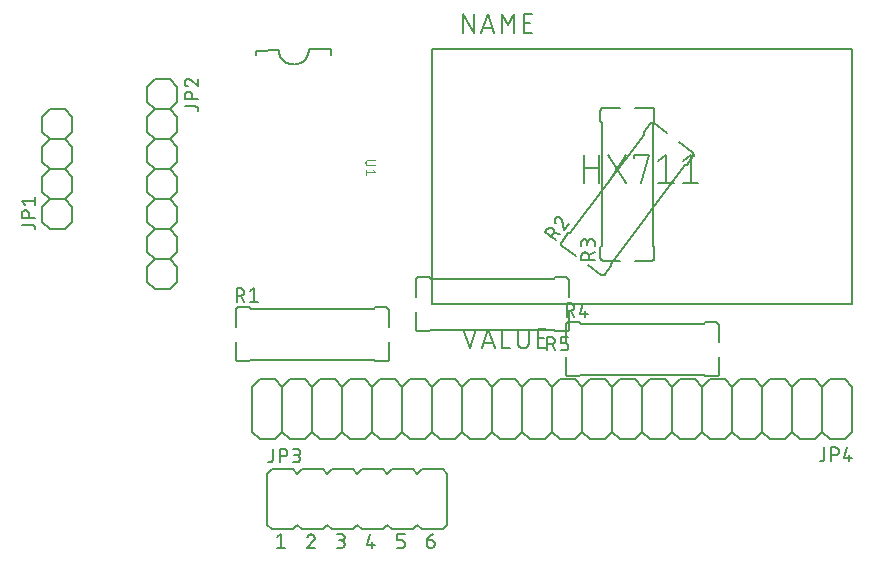
<source format=gbr>
G04 EAGLE Gerber RS-274X export*
G75*
%MOMM*%
%FSLAX34Y34*%
%LPD*%
%INSilkscreen Top*%
%IPPOS*%
%AMOC8*
5,1,8,0,0,1.08239X$1,22.5*%
G01*
%ADD10C,0.152400*%
%ADD11C,0.127000*%
%ADD12C,0.203200*%
%ADD13C,0.101600*%


D10*
X69850Y342900D02*
X63500Y349250D01*
X63500Y361950D01*
X69850Y368300D01*
X82550Y368300D01*
X88900Y361950D01*
X88900Y349250D01*
X82550Y342900D01*
X63500Y311150D02*
X63500Y298450D01*
X63500Y311150D02*
X69850Y317500D01*
X82550Y317500D01*
X88900Y311150D01*
X69850Y317500D02*
X63500Y323850D01*
X63500Y336550D01*
X69850Y342900D01*
X82550Y342900D01*
X88900Y336550D01*
X88900Y323850D01*
X82550Y317500D01*
X82550Y292100D02*
X69850Y292100D01*
X63500Y298450D01*
X82550Y292100D02*
X88900Y298450D01*
X88900Y311150D01*
X63500Y374650D02*
X63500Y387350D01*
X69850Y393700D01*
X82550Y393700D01*
X88900Y387350D01*
X69850Y368300D02*
X63500Y374650D01*
X82550Y368300D02*
X88900Y374650D01*
X88900Y387350D01*
D11*
X54737Y295783D02*
X45847Y295783D01*
X54737Y295783D02*
X54837Y295781D01*
X54936Y295775D01*
X55036Y295765D01*
X55134Y295752D01*
X55233Y295734D01*
X55330Y295713D01*
X55426Y295688D01*
X55522Y295659D01*
X55616Y295626D01*
X55709Y295590D01*
X55800Y295550D01*
X55890Y295506D01*
X55978Y295459D01*
X56064Y295409D01*
X56148Y295355D01*
X56230Y295298D01*
X56309Y295238D01*
X56387Y295174D01*
X56461Y295108D01*
X56533Y295039D01*
X56602Y294967D01*
X56668Y294893D01*
X56732Y294815D01*
X56792Y294736D01*
X56849Y294654D01*
X56903Y294570D01*
X56953Y294484D01*
X57000Y294396D01*
X57044Y294306D01*
X57084Y294215D01*
X57120Y294122D01*
X57153Y294028D01*
X57182Y293932D01*
X57207Y293836D01*
X57228Y293739D01*
X57246Y293640D01*
X57259Y293542D01*
X57269Y293442D01*
X57275Y293343D01*
X57277Y293243D01*
X57277Y291973D01*
X57277Y301763D02*
X45847Y301763D01*
X45847Y304938D01*
X45849Y305049D01*
X45855Y305159D01*
X45864Y305270D01*
X45878Y305380D01*
X45895Y305489D01*
X45916Y305598D01*
X45941Y305706D01*
X45970Y305813D01*
X46002Y305919D01*
X46038Y306024D01*
X46078Y306127D01*
X46121Y306229D01*
X46168Y306330D01*
X46219Y306429D01*
X46272Y306526D01*
X46329Y306620D01*
X46390Y306713D01*
X46453Y306804D01*
X46520Y306893D01*
X46590Y306979D01*
X46663Y307062D01*
X46738Y307144D01*
X46816Y307222D01*
X46898Y307297D01*
X46981Y307370D01*
X47067Y307440D01*
X47156Y307507D01*
X47247Y307570D01*
X47340Y307631D01*
X47434Y307688D01*
X47531Y307741D01*
X47630Y307792D01*
X47731Y307839D01*
X47833Y307882D01*
X47936Y307922D01*
X48041Y307958D01*
X48147Y307990D01*
X48254Y308019D01*
X48362Y308044D01*
X48471Y308065D01*
X48580Y308082D01*
X48690Y308096D01*
X48801Y308105D01*
X48911Y308111D01*
X49022Y308113D01*
X49133Y308111D01*
X49243Y308105D01*
X49354Y308096D01*
X49464Y308082D01*
X49573Y308065D01*
X49682Y308044D01*
X49790Y308019D01*
X49897Y307990D01*
X50003Y307958D01*
X50108Y307922D01*
X50211Y307882D01*
X50313Y307839D01*
X50414Y307792D01*
X50513Y307741D01*
X50610Y307688D01*
X50704Y307631D01*
X50797Y307570D01*
X50888Y307507D01*
X50977Y307440D01*
X51063Y307370D01*
X51146Y307297D01*
X51228Y307222D01*
X51306Y307144D01*
X51381Y307062D01*
X51454Y306979D01*
X51524Y306893D01*
X51591Y306804D01*
X51654Y306713D01*
X51715Y306620D01*
X51772Y306526D01*
X51825Y306429D01*
X51876Y306330D01*
X51923Y306229D01*
X51966Y306127D01*
X52006Y306024D01*
X52042Y305919D01*
X52074Y305813D01*
X52103Y305706D01*
X52128Y305598D01*
X52149Y305489D01*
X52166Y305380D01*
X52180Y305270D01*
X52189Y305159D01*
X52195Y305049D01*
X52197Y304938D01*
X52197Y301763D01*
X48387Y312622D02*
X45847Y315797D01*
X57277Y315797D01*
X57277Y312622D02*
X57277Y318972D01*
D10*
X171450Y292100D02*
X177800Y285750D01*
X177800Y273050D01*
X171450Y266700D01*
X158750Y266700D01*
X152400Y273050D01*
X152400Y285750D01*
X158750Y292100D01*
X177800Y323850D02*
X177800Y336550D01*
X177800Y323850D02*
X171450Y317500D01*
X158750Y317500D01*
X152400Y323850D01*
X171450Y317500D02*
X177800Y311150D01*
X177800Y298450D01*
X171450Y292100D01*
X158750Y292100D01*
X152400Y298450D01*
X152400Y311150D01*
X158750Y317500D01*
X177800Y361950D02*
X171450Y368300D01*
X177800Y361950D02*
X177800Y349250D01*
X171450Y342900D01*
X158750Y342900D01*
X152400Y349250D01*
X152400Y361950D01*
X158750Y368300D01*
X171450Y342900D02*
X177800Y336550D01*
X158750Y342900D02*
X152400Y336550D01*
X152400Y323850D01*
X177800Y400050D02*
X177800Y412750D01*
X177800Y400050D02*
X171450Y393700D01*
X158750Y393700D01*
X152400Y400050D01*
X171450Y393700D02*
X177800Y387350D01*
X177800Y374650D01*
X171450Y368300D01*
X158750Y368300D01*
X152400Y374650D01*
X152400Y387350D01*
X158750Y393700D01*
X158750Y419100D02*
X171450Y419100D01*
X177800Y412750D01*
X158750Y419100D02*
X152400Y412750D01*
X152400Y400050D01*
X177800Y260350D02*
X177800Y247650D01*
X171450Y241300D01*
X158750Y241300D01*
X152400Y247650D01*
X171450Y266700D02*
X177800Y260350D01*
X158750Y266700D02*
X152400Y260350D01*
X152400Y247650D01*
D11*
X184023Y396038D02*
X192913Y396038D01*
X193013Y396036D01*
X193112Y396030D01*
X193212Y396020D01*
X193310Y396007D01*
X193409Y395989D01*
X193506Y395968D01*
X193602Y395943D01*
X193698Y395914D01*
X193792Y395881D01*
X193885Y395845D01*
X193976Y395805D01*
X194066Y395761D01*
X194154Y395714D01*
X194240Y395664D01*
X194324Y395610D01*
X194406Y395553D01*
X194485Y395493D01*
X194563Y395429D01*
X194637Y395363D01*
X194709Y395294D01*
X194778Y395222D01*
X194844Y395148D01*
X194908Y395070D01*
X194968Y394991D01*
X195025Y394909D01*
X195079Y394825D01*
X195129Y394739D01*
X195176Y394651D01*
X195220Y394561D01*
X195260Y394470D01*
X195296Y394377D01*
X195329Y394283D01*
X195358Y394187D01*
X195383Y394091D01*
X195404Y393994D01*
X195422Y393895D01*
X195435Y393797D01*
X195445Y393697D01*
X195451Y393598D01*
X195453Y393498D01*
X195453Y392228D01*
X195453Y402019D02*
X184023Y402019D01*
X184023Y405194D01*
X184025Y405305D01*
X184031Y405415D01*
X184040Y405526D01*
X184054Y405636D01*
X184071Y405745D01*
X184092Y405854D01*
X184117Y405962D01*
X184146Y406069D01*
X184178Y406175D01*
X184214Y406280D01*
X184254Y406383D01*
X184297Y406485D01*
X184344Y406586D01*
X184395Y406685D01*
X184448Y406782D01*
X184505Y406876D01*
X184566Y406969D01*
X184629Y407060D01*
X184696Y407149D01*
X184766Y407235D01*
X184839Y407318D01*
X184914Y407400D01*
X184992Y407478D01*
X185074Y407553D01*
X185157Y407626D01*
X185243Y407696D01*
X185332Y407763D01*
X185423Y407826D01*
X185516Y407887D01*
X185611Y407944D01*
X185707Y407997D01*
X185806Y408048D01*
X185907Y408095D01*
X186009Y408138D01*
X186112Y408178D01*
X186217Y408214D01*
X186323Y408246D01*
X186430Y408275D01*
X186538Y408300D01*
X186647Y408321D01*
X186756Y408338D01*
X186866Y408352D01*
X186977Y408361D01*
X187087Y408367D01*
X187198Y408369D01*
X187309Y408367D01*
X187419Y408361D01*
X187530Y408352D01*
X187640Y408338D01*
X187749Y408321D01*
X187858Y408300D01*
X187966Y408275D01*
X188073Y408246D01*
X188179Y408214D01*
X188284Y408178D01*
X188387Y408138D01*
X188489Y408095D01*
X188590Y408048D01*
X188689Y407997D01*
X188786Y407944D01*
X188880Y407887D01*
X188973Y407826D01*
X189064Y407763D01*
X189153Y407696D01*
X189239Y407626D01*
X189322Y407553D01*
X189404Y407478D01*
X189482Y407400D01*
X189557Y407318D01*
X189630Y407235D01*
X189700Y407149D01*
X189767Y407060D01*
X189830Y406969D01*
X189891Y406876D01*
X189948Y406782D01*
X190001Y406685D01*
X190052Y406586D01*
X190099Y406485D01*
X190142Y406383D01*
X190182Y406280D01*
X190218Y406175D01*
X190250Y406069D01*
X190279Y405962D01*
X190304Y405854D01*
X190325Y405745D01*
X190342Y405636D01*
X190356Y405526D01*
X190365Y405415D01*
X190371Y405305D01*
X190373Y405194D01*
X190373Y402019D01*
X184023Y416370D02*
X184025Y416474D01*
X184031Y416579D01*
X184040Y416683D01*
X184053Y416786D01*
X184071Y416889D01*
X184091Y416991D01*
X184116Y417093D01*
X184144Y417193D01*
X184176Y417293D01*
X184212Y417391D01*
X184251Y417488D01*
X184293Y417583D01*
X184339Y417677D01*
X184389Y417769D01*
X184441Y417859D01*
X184497Y417947D01*
X184557Y418033D01*
X184619Y418117D01*
X184684Y418198D01*
X184752Y418277D01*
X184824Y418354D01*
X184897Y418427D01*
X184974Y418499D01*
X185053Y418567D01*
X185134Y418632D01*
X185218Y418694D01*
X185304Y418754D01*
X185392Y418810D01*
X185482Y418862D01*
X185574Y418912D01*
X185668Y418958D01*
X185763Y419000D01*
X185860Y419039D01*
X185958Y419075D01*
X186058Y419107D01*
X186158Y419135D01*
X186260Y419160D01*
X186362Y419180D01*
X186465Y419198D01*
X186568Y419211D01*
X186672Y419220D01*
X186777Y419226D01*
X186881Y419228D01*
X184023Y416370D02*
X184025Y416252D01*
X184031Y416133D01*
X184040Y416015D01*
X184053Y415898D01*
X184071Y415781D01*
X184091Y415664D01*
X184116Y415548D01*
X184144Y415433D01*
X184177Y415320D01*
X184212Y415207D01*
X184252Y415095D01*
X184294Y414985D01*
X184341Y414876D01*
X184391Y414768D01*
X184444Y414663D01*
X184501Y414559D01*
X184561Y414457D01*
X184624Y414357D01*
X184691Y414259D01*
X184760Y414163D01*
X184833Y414070D01*
X184909Y413979D01*
X184987Y413890D01*
X185069Y413804D01*
X185153Y413721D01*
X185239Y413640D01*
X185329Y413563D01*
X185420Y413488D01*
X185514Y413416D01*
X185611Y413347D01*
X185709Y413282D01*
X185810Y413219D01*
X185913Y413160D01*
X186017Y413104D01*
X186123Y413052D01*
X186231Y413003D01*
X186340Y412958D01*
X186451Y412916D01*
X186563Y412878D01*
X189103Y418275D02*
X189028Y418351D01*
X188949Y418426D01*
X188868Y418497D01*
X188784Y418566D01*
X188698Y418631D01*
X188610Y418693D01*
X188520Y418753D01*
X188428Y418809D01*
X188333Y418862D01*
X188237Y418911D01*
X188139Y418957D01*
X188040Y419000D01*
X187939Y419039D01*
X187837Y419074D01*
X187734Y419106D01*
X187630Y419134D01*
X187525Y419159D01*
X187418Y419180D01*
X187312Y419197D01*
X187205Y419210D01*
X187097Y419219D01*
X186989Y419225D01*
X186881Y419227D01*
X189103Y418275D02*
X195453Y412877D01*
X195453Y419227D01*
D10*
X254000Y85090D02*
X254000Y41910D01*
X279400Y85090D02*
X275590Y88900D01*
X279400Y85090D02*
X283210Y88900D01*
X300990Y88900D01*
X304800Y85090D01*
X308610Y88900D01*
X326390Y88900D01*
X330200Y85090D01*
X330200Y41910D02*
X326390Y38100D01*
X308610Y38100D01*
X304800Y41910D01*
X300990Y38100D01*
X283210Y38100D01*
X279400Y41910D01*
X275590Y38100D01*
X330200Y85090D02*
X334010Y88900D01*
X351790Y88900D01*
X355600Y85090D01*
X359410Y88900D01*
X377190Y88900D01*
X381000Y85090D01*
X334010Y38100D02*
X330200Y41910D01*
X334010Y38100D02*
X351790Y38100D01*
X355600Y41910D02*
X359410Y38100D01*
X355600Y41910D02*
X351790Y38100D01*
X359410Y38100D02*
X377190Y38100D01*
X381000Y41910D01*
X257810Y38100D02*
X254000Y41910D01*
X257810Y38100D02*
X275590Y38100D01*
X254000Y85090D02*
X257810Y88900D01*
X275590Y88900D01*
X406400Y85090D02*
X406400Y41910D01*
X381000Y85090D02*
X384810Y88900D01*
X402590Y88900D01*
X406400Y85090D01*
X406400Y41910D02*
X402590Y38100D01*
X384810Y38100D01*
X381000Y41910D01*
D11*
X265430Y33655D02*
X262255Y31115D01*
X265430Y33655D02*
X265430Y22225D01*
X262255Y22225D02*
X268605Y22225D01*
X291148Y33656D02*
X291252Y33654D01*
X291357Y33648D01*
X291461Y33639D01*
X291564Y33626D01*
X291667Y33608D01*
X291769Y33588D01*
X291871Y33563D01*
X291971Y33535D01*
X292071Y33503D01*
X292169Y33467D01*
X292266Y33428D01*
X292361Y33386D01*
X292455Y33340D01*
X292547Y33290D01*
X292637Y33238D01*
X292725Y33182D01*
X292811Y33122D01*
X292895Y33060D01*
X292976Y32995D01*
X293055Y32927D01*
X293132Y32855D01*
X293205Y32782D01*
X293277Y32705D01*
X293345Y32626D01*
X293410Y32545D01*
X293472Y32461D01*
X293532Y32375D01*
X293588Y32287D01*
X293640Y32197D01*
X293690Y32105D01*
X293736Y32011D01*
X293778Y31916D01*
X293817Y31819D01*
X293853Y31721D01*
X293885Y31621D01*
X293913Y31521D01*
X293938Y31419D01*
X293958Y31317D01*
X293976Y31214D01*
X293989Y31111D01*
X293998Y31007D01*
X294004Y30902D01*
X294006Y30798D01*
X291148Y33655D02*
X291030Y33653D01*
X290911Y33647D01*
X290793Y33638D01*
X290676Y33625D01*
X290559Y33607D01*
X290442Y33587D01*
X290326Y33562D01*
X290211Y33534D01*
X290098Y33501D01*
X289985Y33466D01*
X289873Y33426D01*
X289763Y33384D01*
X289654Y33337D01*
X289546Y33287D01*
X289441Y33234D01*
X289337Y33177D01*
X289235Y33117D01*
X289135Y33054D01*
X289037Y32987D01*
X288941Y32918D01*
X288848Y32845D01*
X288757Y32769D01*
X288668Y32691D01*
X288582Y32609D01*
X288499Y32525D01*
X288418Y32439D01*
X288341Y32349D01*
X288266Y32258D01*
X288194Y32164D01*
X288125Y32067D01*
X288060Y31969D01*
X287997Y31868D01*
X287938Y31765D01*
X287882Y31661D01*
X287830Y31555D01*
X287781Y31447D01*
X287736Y31338D01*
X287694Y31227D01*
X287656Y31115D01*
X293053Y28576D02*
X293129Y28651D01*
X293204Y28730D01*
X293275Y28811D01*
X293344Y28895D01*
X293409Y28981D01*
X293471Y29069D01*
X293531Y29159D01*
X293587Y29251D01*
X293640Y29346D01*
X293689Y29442D01*
X293735Y29540D01*
X293778Y29639D01*
X293817Y29740D01*
X293852Y29842D01*
X293884Y29945D01*
X293912Y30049D01*
X293937Y30154D01*
X293958Y30261D01*
X293975Y30367D01*
X293988Y30474D01*
X293997Y30582D01*
X294003Y30690D01*
X294005Y30798D01*
X293053Y28575D02*
X287655Y22225D01*
X294005Y22225D01*
X313055Y22225D02*
X316230Y22225D01*
X316341Y22227D01*
X316451Y22233D01*
X316562Y22242D01*
X316672Y22256D01*
X316781Y22273D01*
X316890Y22294D01*
X316998Y22319D01*
X317105Y22348D01*
X317211Y22380D01*
X317316Y22416D01*
X317419Y22456D01*
X317521Y22499D01*
X317622Y22546D01*
X317721Y22597D01*
X317818Y22650D01*
X317912Y22707D01*
X318005Y22768D01*
X318096Y22831D01*
X318185Y22898D01*
X318271Y22968D01*
X318354Y23041D01*
X318436Y23116D01*
X318514Y23194D01*
X318589Y23276D01*
X318662Y23359D01*
X318732Y23445D01*
X318799Y23534D01*
X318862Y23625D01*
X318923Y23718D01*
X318980Y23812D01*
X319033Y23909D01*
X319084Y24008D01*
X319131Y24109D01*
X319174Y24211D01*
X319214Y24314D01*
X319250Y24419D01*
X319282Y24525D01*
X319311Y24632D01*
X319336Y24740D01*
X319357Y24849D01*
X319374Y24958D01*
X319388Y25068D01*
X319397Y25179D01*
X319403Y25289D01*
X319405Y25400D01*
X319403Y25511D01*
X319397Y25621D01*
X319388Y25732D01*
X319374Y25842D01*
X319357Y25951D01*
X319336Y26060D01*
X319311Y26168D01*
X319282Y26275D01*
X319250Y26381D01*
X319214Y26486D01*
X319174Y26589D01*
X319131Y26691D01*
X319084Y26792D01*
X319033Y26891D01*
X318980Y26987D01*
X318923Y27082D01*
X318862Y27175D01*
X318799Y27266D01*
X318732Y27355D01*
X318662Y27441D01*
X318589Y27524D01*
X318514Y27606D01*
X318436Y27684D01*
X318354Y27759D01*
X318271Y27832D01*
X318185Y27902D01*
X318096Y27969D01*
X318005Y28032D01*
X317912Y28093D01*
X317818Y28150D01*
X317721Y28203D01*
X317622Y28254D01*
X317521Y28301D01*
X317419Y28344D01*
X317316Y28384D01*
X317211Y28420D01*
X317105Y28452D01*
X316998Y28481D01*
X316890Y28506D01*
X316781Y28527D01*
X316672Y28544D01*
X316562Y28558D01*
X316451Y28567D01*
X316341Y28573D01*
X316230Y28575D01*
X316865Y33655D02*
X313055Y33655D01*
X316865Y33655D02*
X316965Y33653D01*
X317064Y33647D01*
X317164Y33637D01*
X317262Y33624D01*
X317361Y33606D01*
X317458Y33585D01*
X317554Y33560D01*
X317650Y33531D01*
X317744Y33498D01*
X317837Y33462D01*
X317928Y33422D01*
X318018Y33378D01*
X318106Y33331D01*
X318192Y33281D01*
X318276Y33227D01*
X318358Y33170D01*
X318437Y33110D01*
X318515Y33046D01*
X318589Y32980D01*
X318661Y32911D01*
X318730Y32839D01*
X318796Y32765D01*
X318860Y32687D01*
X318920Y32608D01*
X318977Y32526D01*
X319031Y32442D01*
X319081Y32356D01*
X319128Y32268D01*
X319172Y32178D01*
X319212Y32087D01*
X319248Y31994D01*
X319281Y31900D01*
X319310Y31804D01*
X319335Y31708D01*
X319356Y31611D01*
X319374Y31512D01*
X319387Y31414D01*
X319397Y31314D01*
X319403Y31215D01*
X319405Y31115D01*
X319403Y31015D01*
X319397Y30916D01*
X319387Y30816D01*
X319374Y30718D01*
X319356Y30619D01*
X319335Y30522D01*
X319310Y30426D01*
X319281Y30330D01*
X319248Y30236D01*
X319212Y30143D01*
X319172Y30052D01*
X319128Y29962D01*
X319081Y29874D01*
X319031Y29788D01*
X318977Y29704D01*
X318920Y29622D01*
X318860Y29543D01*
X318796Y29465D01*
X318730Y29391D01*
X318661Y29319D01*
X318589Y29250D01*
X318515Y29184D01*
X318437Y29120D01*
X318358Y29060D01*
X318276Y29003D01*
X318192Y28949D01*
X318106Y28899D01*
X318018Y28852D01*
X317928Y28808D01*
X317837Y28768D01*
X317744Y28732D01*
X317650Y28699D01*
X317554Y28670D01*
X317458Y28645D01*
X317361Y28624D01*
X317262Y28606D01*
X317164Y28593D01*
X317064Y28583D01*
X316965Y28577D01*
X316865Y28575D01*
X314325Y28575D01*
X338455Y24765D02*
X340995Y33655D01*
X338455Y24765D02*
X344805Y24765D01*
X342900Y27305D02*
X342900Y22225D01*
X363855Y22225D02*
X367665Y22225D01*
X367765Y22227D01*
X367864Y22233D01*
X367964Y22243D01*
X368062Y22256D01*
X368161Y22274D01*
X368258Y22295D01*
X368354Y22320D01*
X368450Y22349D01*
X368544Y22382D01*
X368637Y22418D01*
X368728Y22458D01*
X368818Y22502D01*
X368906Y22549D01*
X368992Y22599D01*
X369076Y22653D01*
X369158Y22710D01*
X369237Y22770D01*
X369315Y22834D01*
X369389Y22900D01*
X369461Y22969D01*
X369530Y23041D01*
X369596Y23115D01*
X369660Y23193D01*
X369720Y23272D01*
X369777Y23354D01*
X369831Y23438D01*
X369881Y23524D01*
X369928Y23612D01*
X369972Y23702D01*
X370012Y23793D01*
X370048Y23886D01*
X370081Y23980D01*
X370110Y24076D01*
X370135Y24172D01*
X370156Y24269D01*
X370174Y24368D01*
X370187Y24466D01*
X370197Y24566D01*
X370203Y24665D01*
X370205Y24765D01*
X370205Y26035D01*
X370203Y26135D01*
X370197Y26234D01*
X370187Y26334D01*
X370174Y26432D01*
X370156Y26531D01*
X370135Y26628D01*
X370110Y26724D01*
X370081Y26820D01*
X370048Y26914D01*
X370012Y27007D01*
X369972Y27098D01*
X369928Y27188D01*
X369881Y27276D01*
X369831Y27362D01*
X369777Y27446D01*
X369720Y27528D01*
X369660Y27607D01*
X369596Y27685D01*
X369530Y27759D01*
X369461Y27831D01*
X369389Y27900D01*
X369315Y27966D01*
X369237Y28030D01*
X369158Y28090D01*
X369076Y28147D01*
X368992Y28201D01*
X368906Y28251D01*
X368818Y28298D01*
X368728Y28342D01*
X368637Y28382D01*
X368544Y28418D01*
X368450Y28451D01*
X368354Y28480D01*
X368258Y28505D01*
X368161Y28526D01*
X368062Y28544D01*
X367964Y28557D01*
X367864Y28567D01*
X367765Y28573D01*
X367665Y28575D01*
X363855Y28575D01*
X363855Y33655D01*
X370205Y33655D01*
X389255Y28575D02*
X393065Y28575D01*
X393165Y28573D01*
X393264Y28567D01*
X393364Y28557D01*
X393462Y28544D01*
X393561Y28526D01*
X393658Y28505D01*
X393754Y28480D01*
X393850Y28451D01*
X393944Y28418D01*
X394037Y28382D01*
X394128Y28342D01*
X394218Y28298D01*
X394306Y28251D01*
X394392Y28201D01*
X394476Y28147D01*
X394558Y28090D01*
X394637Y28030D01*
X394715Y27966D01*
X394789Y27900D01*
X394861Y27831D01*
X394930Y27759D01*
X394996Y27685D01*
X395060Y27607D01*
X395120Y27528D01*
X395177Y27446D01*
X395231Y27362D01*
X395281Y27276D01*
X395328Y27188D01*
X395372Y27098D01*
X395412Y27007D01*
X395448Y26914D01*
X395481Y26820D01*
X395510Y26724D01*
X395535Y26628D01*
X395556Y26531D01*
X395574Y26432D01*
X395587Y26334D01*
X395597Y26234D01*
X395603Y26135D01*
X395605Y26035D01*
X395605Y25400D01*
X395603Y25289D01*
X395597Y25179D01*
X395588Y25068D01*
X395574Y24958D01*
X395557Y24849D01*
X395536Y24740D01*
X395511Y24632D01*
X395482Y24525D01*
X395450Y24419D01*
X395414Y24314D01*
X395374Y24211D01*
X395331Y24109D01*
X395284Y24008D01*
X395233Y23909D01*
X395180Y23812D01*
X395123Y23718D01*
X395062Y23625D01*
X394999Y23534D01*
X394932Y23445D01*
X394862Y23359D01*
X394789Y23276D01*
X394714Y23194D01*
X394636Y23116D01*
X394554Y23041D01*
X394471Y22968D01*
X394385Y22898D01*
X394296Y22831D01*
X394205Y22768D01*
X394112Y22707D01*
X394017Y22650D01*
X393921Y22597D01*
X393822Y22546D01*
X393721Y22499D01*
X393619Y22456D01*
X393516Y22416D01*
X393411Y22380D01*
X393305Y22348D01*
X393198Y22319D01*
X393090Y22294D01*
X392981Y22273D01*
X392872Y22256D01*
X392762Y22242D01*
X392651Y22233D01*
X392541Y22227D01*
X392430Y22225D01*
X392319Y22227D01*
X392209Y22233D01*
X392098Y22242D01*
X391988Y22256D01*
X391879Y22273D01*
X391770Y22294D01*
X391662Y22319D01*
X391555Y22348D01*
X391449Y22380D01*
X391344Y22416D01*
X391241Y22456D01*
X391139Y22499D01*
X391038Y22546D01*
X390939Y22597D01*
X390843Y22650D01*
X390748Y22707D01*
X390655Y22768D01*
X390564Y22831D01*
X390475Y22898D01*
X390389Y22968D01*
X390306Y23041D01*
X390224Y23116D01*
X390146Y23194D01*
X390071Y23276D01*
X389998Y23359D01*
X389928Y23445D01*
X389861Y23534D01*
X389798Y23625D01*
X389737Y23718D01*
X389680Y23813D01*
X389627Y23909D01*
X389576Y24008D01*
X389529Y24109D01*
X389486Y24211D01*
X389446Y24314D01*
X389410Y24419D01*
X389378Y24525D01*
X389349Y24632D01*
X389324Y24740D01*
X389303Y24849D01*
X389286Y24958D01*
X389272Y25068D01*
X389263Y25179D01*
X389257Y25289D01*
X389255Y25400D01*
X389255Y28575D01*
X389257Y28715D01*
X389263Y28855D01*
X389272Y28995D01*
X389286Y29134D01*
X389303Y29273D01*
X389324Y29411D01*
X389349Y29549D01*
X389378Y29686D01*
X389410Y29822D01*
X389447Y29957D01*
X389487Y30091D01*
X389530Y30224D01*
X389578Y30356D01*
X389628Y30487D01*
X389683Y30616D01*
X389741Y30743D01*
X389802Y30869D01*
X389867Y30993D01*
X389936Y31115D01*
X390007Y31235D01*
X390082Y31353D01*
X390160Y31470D01*
X390242Y31584D01*
X390326Y31695D01*
X390414Y31804D01*
X390504Y31911D01*
X390598Y32016D01*
X390694Y32117D01*
X390793Y32216D01*
X390894Y32312D01*
X390999Y32406D01*
X391106Y32496D01*
X391215Y32584D01*
X391326Y32668D01*
X391440Y32750D01*
X391557Y32828D01*
X391675Y32903D01*
X391795Y32974D01*
X391917Y33043D01*
X392041Y33108D01*
X392167Y33169D01*
X392294Y33227D01*
X392423Y33282D01*
X392554Y33332D01*
X392686Y33380D01*
X392819Y33423D01*
X392953Y33463D01*
X393088Y33500D01*
X393224Y33532D01*
X393361Y33561D01*
X393499Y33586D01*
X393637Y33607D01*
X393776Y33624D01*
X393915Y33638D01*
X394055Y33647D01*
X394195Y33653D01*
X394335Y33655D01*
X258445Y97155D02*
X258445Y106045D01*
X258445Y97155D02*
X258443Y97055D01*
X258437Y96956D01*
X258427Y96856D01*
X258414Y96758D01*
X258396Y96659D01*
X258375Y96562D01*
X258350Y96466D01*
X258321Y96370D01*
X258288Y96276D01*
X258252Y96183D01*
X258212Y96092D01*
X258168Y96002D01*
X258121Y95914D01*
X258071Y95828D01*
X258017Y95744D01*
X257960Y95662D01*
X257900Y95583D01*
X257836Y95505D01*
X257770Y95431D01*
X257701Y95359D01*
X257629Y95290D01*
X257555Y95224D01*
X257477Y95160D01*
X257398Y95100D01*
X257316Y95043D01*
X257232Y94989D01*
X257146Y94939D01*
X257058Y94892D01*
X256968Y94848D01*
X256877Y94808D01*
X256784Y94772D01*
X256690Y94739D01*
X256594Y94710D01*
X256498Y94685D01*
X256401Y94664D01*
X256302Y94646D01*
X256204Y94633D01*
X256104Y94623D01*
X256005Y94617D01*
X255905Y94615D01*
X254635Y94615D01*
X264425Y94615D02*
X264425Y106045D01*
X267600Y106045D01*
X267711Y106043D01*
X267821Y106037D01*
X267932Y106028D01*
X268042Y106014D01*
X268151Y105997D01*
X268260Y105976D01*
X268368Y105951D01*
X268475Y105922D01*
X268581Y105890D01*
X268686Y105854D01*
X268789Y105814D01*
X268891Y105771D01*
X268992Y105724D01*
X269091Y105673D01*
X269188Y105620D01*
X269282Y105563D01*
X269375Y105502D01*
X269466Y105439D01*
X269555Y105372D01*
X269641Y105302D01*
X269724Y105229D01*
X269806Y105154D01*
X269884Y105076D01*
X269959Y104994D01*
X270032Y104911D01*
X270102Y104825D01*
X270169Y104736D01*
X270232Y104645D01*
X270293Y104552D01*
X270350Y104457D01*
X270403Y104361D01*
X270454Y104262D01*
X270501Y104161D01*
X270544Y104059D01*
X270584Y103956D01*
X270620Y103851D01*
X270652Y103745D01*
X270681Y103638D01*
X270706Y103530D01*
X270727Y103421D01*
X270744Y103312D01*
X270758Y103202D01*
X270767Y103091D01*
X270773Y102981D01*
X270775Y102870D01*
X270773Y102759D01*
X270767Y102649D01*
X270758Y102538D01*
X270744Y102428D01*
X270727Y102319D01*
X270706Y102210D01*
X270681Y102102D01*
X270652Y101995D01*
X270620Y101889D01*
X270584Y101784D01*
X270544Y101681D01*
X270501Y101579D01*
X270454Y101478D01*
X270403Y101379D01*
X270350Y101282D01*
X270293Y101188D01*
X270232Y101095D01*
X270169Y101004D01*
X270102Y100915D01*
X270032Y100829D01*
X269959Y100746D01*
X269884Y100664D01*
X269806Y100586D01*
X269724Y100511D01*
X269641Y100438D01*
X269555Y100368D01*
X269466Y100301D01*
X269375Y100238D01*
X269282Y100177D01*
X269188Y100120D01*
X269091Y100067D01*
X268992Y100016D01*
X268891Y99969D01*
X268789Y99926D01*
X268686Y99886D01*
X268581Y99850D01*
X268475Y99818D01*
X268368Y99789D01*
X268260Y99764D01*
X268151Y99743D01*
X268042Y99726D01*
X267932Y99712D01*
X267821Y99703D01*
X267711Y99697D01*
X267600Y99695D01*
X264425Y99695D01*
X275284Y94615D02*
X278459Y94615D01*
X278570Y94617D01*
X278680Y94623D01*
X278791Y94632D01*
X278901Y94646D01*
X279010Y94663D01*
X279119Y94684D01*
X279227Y94709D01*
X279334Y94738D01*
X279440Y94770D01*
X279545Y94806D01*
X279648Y94846D01*
X279750Y94889D01*
X279851Y94936D01*
X279950Y94987D01*
X280047Y95040D01*
X280141Y95097D01*
X280234Y95158D01*
X280325Y95221D01*
X280414Y95288D01*
X280500Y95358D01*
X280583Y95431D01*
X280665Y95506D01*
X280743Y95584D01*
X280818Y95666D01*
X280891Y95749D01*
X280961Y95835D01*
X281028Y95924D01*
X281091Y96015D01*
X281152Y96108D01*
X281209Y96202D01*
X281262Y96299D01*
X281313Y96398D01*
X281360Y96499D01*
X281403Y96601D01*
X281443Y96704D01*
X281479Y96809D01*
X281511Y96915D01*
X281540Y97022D01*
X281565Y97130D01*
X281586Y97239D01*
X281603Y97348D01*
X281617Y97458D01*
X281626Y97569D01*
X281632Y97679D01*
X281634Y97790D01*
X281632Y97901D01*
X281626Y98011D01*
X281617Y98122D01*
X281603Y98232D01*
X281586Y98341D01*
X281565Y98450D01*
X281540Y98558D01*
X281511Y98665D01*
X281479Y98771D01*
X281443Y98876D01*
X281403Y98979D01*
X281360Y99081D01*
X281313Y99182D01*
X281262Y99281D01*
X281209Y99377D01*
X281152Y99472D01*
X281091Y99565D01*
X281028Y99656D01*
X280961Y99745D01*
X280891Y99831D01*
X280818Y99914D01*
X280743Y99996D01*
X280665Y100074D01*
X280583Y100149D01*
X280500Y100222D01*
X280414Y100292D01*
X280325Y100359D01*
X280234Y100422D01*
X280141Y100483D01*
X280047Y100540D01*
X279950Y100593D01*
X279851Y100644D01*
X279750Y100691D01*
X279648Y100734D01*
X279545Y100774D01*
X279440Y100810D01*
X279334Y100842D01*
X279227Y100871D01*
X279119Y100896D01*
X279010Y100917D01*
X278901Y100934D01*
X278791Y100948D01*
X278680Y100957D01*
X278570Y100963D01*
X278459Y100965D01*
X279094Y106045D02*
X275284Y106045D01*
X279094Y106045D02*
X279194Y106043D01*
X279293Y106037D01*
X279393Y106027D01*
X279491Y106014D01*
X279590Y105996D01*
X279687Y105975D01*
X279783Y105950D01*
X279879Y105921D01*
X279973Y105888D01*
X280066Y105852D01*
X280157Y105812D01*
X280247Y105768D01*
X280335Y105721D01*
X280421Y105671D01*
X280505Y105617D01*
X280587Y105560D01*
X280666Y105500D01*
X280744Y105436D01*
X280818Y105370D01*
X280890Y105301D01*
X280959Y105229D01*
X281025Y105155D01*
X281089Y105077D01*
X281149Y104998D01*
X281206Y104916D01*
X281260Y104832D01*
X281310Y104746D01*
X281357Y104658D01*
X281401Y104568D01*
X281441Y104477D01*
X281477Y104384D01*
X281510Y104290D01*
X281539Y104194D01*
X281564Y104098D01*
X281585Y104001D01*
X281603Y103902D01*
X281616Y103804D01*
X281626Y103704D01*
X281632Y103605D01*
X281634Y103505D01*
X281632Y103405D01*
X281626Y103306D01*
X281616Y103206D01*
X281603Y103108D01*
X281585Y103009D01*
X281564Y102912D01*
X281539Y102816D01*
X281510Y102720D01*
X281477Y102626D01*
X281441Y102533D01*
X281401Y102442D01*
X281357Y102352D01*
X281310Y102264D01*
X281260Y102178D01*
X281206Y102094D01*
X281149Y102012D01*
X281089Y101933D01*
X281025Y101855D01*
X280959Y101781D01*
X280890Y101709D01*
X280818Y101640D01*
X280744Y101574D01*
X280666Y101510D01*
X280587Y101450D01*
X280505Y101393D01*
X280421Y101339D01*
X280335Y101289D01*
X280247Y101242D01*
X280157Y101198D01*
X280066Y101158D01*
X279973Y101122D01*
X279879Y101089D01*
X279783Y101060D01*
X279687Y101035D01*
X279590Y101014D01*
X279491Y100996D01*
X279393Y100983D01*
X279293Y100973D01*
X279194Y100967D01*
X279094Y100965D01*
X276554Y100965D01*
D10*
X742950Y165100D02*
X749300Y158750D01*
X742950Y165100D02*
X730250Y165100D01*
X723900Y158750D01*
X717550Y165100D01*
X704850Y165100D01*
X698500Y158750D01*
X692150Y165100D01*
X679450Y165100D01*
X673100Y158750D01*
X666750Y165100D01*
X654050Y165100D01*
X647700Y158750D01*
X641350Y165100D01*
X628650Y165100D01*
X622300Y158750D01*
X615950Y165100D01*
X603250Y165100D01*
X596900Y158750D01*
X749300Y158750D02*
X749300Y120650D01*
X742950Y114300D01*
X730250Y114300D01*
X723900Y120650D01*
X717550Y114300D01*
X704850Y114300D01*
X698500Y120650D01*
X692150Y114300D01*
X679450Y114300D01*
X673100Y120650D01*
X666750Y114300D01*
X654050Y114300D01*
X647700Y120650D01*
X641350Y114300D01*
X628650Y114300D01*
X622300Y120650D01*
X615950Y114300D01*
X603250Y114300D01*
X596900Y120650D01*
X590550Y114300D01*
X577850Y114300D01*
X571500Y120650D01*
X565150Y114300D01*
X552450Y114300D01*
X546100Y120650D01*
X539750Y114300D01*
X527050Y114300D01*
X520700Y120650D01*
X514350Y114300D01*
X501650Y114300D01*
X495300Y120650D01*
X488950Y114300D01*
X476250Y114300D01*
X469900Y120650D01*
X463550Y114300D01*
X450850Y114300D01*
X444500Y120650D01*
X438150Y114300D01*
X425450Y114300D01*
X419100Y120650D01*
X412750Y114300D01*
X400050Y114300D01*
X393700Y120650D01*
X387350Y114300D01*
X374650Y114300D01*
X368300Y120650D01*
X361950Y114300D01*
X349250Y114300D01*
X342900Y120650D01*
X336550Y114300D01*
X323850Y114300D01*
X317500Y120650D01*
X311150Y114300D01*
X298450Y114300D01*
X292100Y120650D01*
X285750Y114300D01*
X273050Y114300D01*
X266700Y120650D01*
X266700Y158750D02*
X273050Y165100D01*
X285750Y165100D01*
X292100Y158750D01*
X298450Y165100D01*
X311150Y165100D01*
X317500Y158750D01*
X323850Y165100D01*
X336550Y165100D01*
X342900Y158750D01*
X349250Y165100D01*
X361950Y165100D01*
X368300Y158750D01*
X374650Y165100D01*
X387350Y165100D01*
X393700Y158750D01*
X400050Y165100D01*
X412750Y165100D01*
X419100Y158750D01*
X425450Y165100D01*
X438150Y165100D01*
X444500Y158750D01*
X450850Y165100D01*
X463550Y165100D01*
X469900Y158750D01*
X476250Y165100D01*
X488950Y165100D01*
X495300Y158750D01*
X501650Y165100D01*
X514350Y165100D01*
X520700Y158750D01*
X527050Y165100D01*
X539750Y165100D01*
X546100Y158750D01*
X552450Y165100D01*
X565150Y165100D01*
X571500Y158750D01*
X577850Y165100D01*
X590550Y165100D01*
X596900Y158750D01*
X723900Y158750D02*
X723900Y120650D01*
X698500Y120650D02*
X698500Y158750D01*
X673100Y158750D02*
X673100Y120650D01*
X647700Y120650D02*
X647700Y158750D01*
X622300Y158750D02*
X622300Y120650D01*
X596900Y120650D02*
X596900Y158750D01*
X571500Y158750D02*
X571500Y120650D01*
X546100Y120650D02*
X546100Y158750D01*
X520700Y158750D02*
X520700Y120650D01*
X495300Y120650D02*
X495300Y158750D01*
X469900Y158750D02*
X469900Y120650D01*
X444500Y120650D02*
X444500Y158750D01*
X419100Y158750D02*
X419100Y120650D01*
X393700Y120650D02*
X393700Y158750D01*
X368300Y158750D02*
X368300Y120650D01*
X342900Y120650D02*
X342900Y158750D01*
X317500Y158750D02*
X317500Y120650D01*
X292100Y120650D02*
X292100Y158750D01*
X266700Y158750D02*
X266700Y120650D01*
X260350Y114300D01*
X247650Y114300D01*
X241300Y120650D01*
X241300Y158750D02*
X247650Y165100D01*
X260350Y165100D01*
X266700Y158750D01*
X241300Y158750D02*
X241300Y120650D01*
D11*
X725476Y107315D02*
X725476Y98425D01*
X725474Y98325D01*
X725468Y98226D01*
X725458Y98126D01*
X725445Y98028D01*
X725427Y97929D01*
X725406Y97832D01*
X725381Y97736D01*
X725352Y97640D01*
X725319Y97546D01*
X725283Y97453D01*
X725243Y97362D01*
X725199Y97272D01*
X725152Y97184D01*
X725102Y97098D01*
X725048Y97014D01*
X724991Y96932D01*
X724931Y96853D01*
X724867Y96775D01*
X724801Y96701D01*
X724732Y96629D01*
X724660Y96560D01*
X724586Y96494D01*
X724508Y96430D01*
X724429Y96370D01*
X724347Y96313D01*
X724263Y96259D01*
X724177Y96209D01*
X724089Y96162D01*
X723999Y96118D01*
X723908Y96078D01*
X723815Y96042D01*
X723721Y96009D01*
X723625Y95980D01*
X723529Y95955D01*
X723432Y95934D01*
X723333Y95916D01*
X723235Y95903D01*
X723135Y95893D01*
X723036Y95887D01*
X722936Y95885D01*
X721666Y95885D01*
X731457Y95885D02*
X731457Y107315D01*
X734632Y107315D01*
X734743Y107313D01*
X734853Y107307D01*
X734964Y107298D01*
X735074Y107284D01*
X735183Y107267D01*
X735292Y107246D01*
X735400Y107221D01*
X735507Y107192D01*
X735613Y107160D01*
X735718Y107124D01*
X735821Y107084D01*
X735923Y107041D01*
X736024Y106994D01*
X736123Y106943D01*
X736220Y106890D01*
X736314Y106833D01*
X736407Y106772D01*
X736498Y106709D01*
X736587Y106642D01*
X736673Y106572D01*
X736756Y106499D01*
X736838Y106424D01*
X736916Y106346D01*
X736991Y106264D01*
X737064Y106181D01*
X737134Y106095D01*
X737201Y106006D01*
X737264Y105915D01*
X737325Y105822D01*
X737382Y105727D01*
X737435Y105631D01*
X737486Y105532D01*
X737533Y105431D01*
X737576Y105329D01*
X737616Y105226D01*
X737652Y105121D01*
X737684Y105015D01*
X737713Y104908D01*
X737738Y104800D01*
X737759Y104691D01*
X737776Y104582D01*
X737790Y104472D01*
X737799Y104361D01*
X737805Y104251D01*
X737807Y104140D01*
X737805Y104029D01*
X737799Y103919D01*
X737790Y103808D01*
X737776Y103698D01*
X737759Y103589D01*
X737738Y103480D01*
X737713Y103372D01*
X737684Y103265D01*
X737652Y103159D01*
X737616Y103054D01*
X737576Y102951D01*
X737533Y102849D01*
X737486Y102748D01*
X737435Y102649D01*
X737382Y102552D01*
X737325Y102458D01*
X737264Y102365D01*
X737201Y102274D01*
X737134Y102185D01*
X737064Y102099D01*
X736991Y102016D01*
X736916Y101934D01*
X736838Y101856D01*
X736756Y101781D01*
X736673Y101708D01*
X736587Y101638D01*
X736498Y101571D01*
X736407Y101508D01*
X736314Y101447D01*
X736220Y101390D01*
X736123Y101337D01*
X736024Y101286D01*
X735923Y101239D01*
X735821Y101196D01*
X735718Y101156D01*
X735613Y101120D01*
X735507Y101088D01*
X735400Y101059D01*
X735292Y101034D01*
X735183Y101013D01*
X735074Y100996D01*
X734964Y100982D01*
X734853Y100973D01*
X734743Y100967D01*
X734632Y100965D01*
X731457Y100965D01*
X742315Y98425D02*
X744855Y107315D01*
X742315Y98425D02*
X748665Y98425D01*
X746760Y100965D02*
X746760Y95885D01*
D10*
X229870Y226060D02*
X229770Y226058D01*
X229671Y226052D01*
X229571Y226042D01*
X229473Y226029D01*
X229374Y226011D01*
X229277Y225990D01*
X229181Y225965D01*
X229085Y225936D01*
X228991Y225903D01*
X228898Y225867D01*
X228807Y225827D01*
X228717Y225783D01*
X228629Y225736D01*
X228543Y225686D01*
X228459Y225632D01*
X228377Y225575D01*
X228298Y225515D01*
X228220Y225451D01*
X228146Y225385D01*
X228074Y225316D01*
X228005Y225244D01*
X227939Y225170D01*
X227875Y225092D01*
X227815Y225013D01*
X227758Y224931D01*
X227704Y224847D01*
X227654Y224761D01*
X227607Y224673D01*
X227563Y224583D01*
X227523Y224492D01*
X227487Y224399D01*
X227454Y224305D01*
X227425Y224209D01*
X227400Y224113D01*
X227379Y224016D01*
X227361Y223917D01*
X227348Y223819D01*
X227338Y223719D01*
X227332Y223620D01*
X227330Y223520D01*
X227330Y182880D02*
X227332Y182780D01*
X227338Y182681D01*
X227348Y182581D01*
X227361Y182483D01*
X227379Y182384D01*
X227400Y182287D01*
X227425Y182191D01*
X227454Y182095D01*
X227487Y182001D01*
X227523Y181908D01*
X227563Y181817D01*
X227607Y181727D01*
X227654Y181639D01*
X227704Y181553D01*
X227758Y181469D01*
X227815Y181387D01*
X227875Y181308D01*
X227939Y181230D01*
X228005Y181156D01*
X228074Y181084D01*
X228146Y181015D01*
X228220Y180949D01*
X228298Y180885D01*
X228377Y180825D01*
X228459Y180768D01*
X228543Y180714D01*
X228629Y180664D01*
X228717Y180617D01*
X228807Y180573D01*
X228898Y180533D01*
X228991Y180497D01*
X229085Y180464D01*
X229181Y180435D01*
X229277Y180410D01*
X229374Y180389D01*
X229473Y180371D01*
X229571Y180358D01*
X229671Y180348D01*
X229770Y180342D01*
X229870Y180340D01*
X354330Y180340D02*
X354430Y180342D01*
X354529Y180348D01*
X354629Y180358D01*
X354727Y180371D01*
X354826Y180389D01*
X354923Y180410D01*
X355019Y180435D01*
X355115Y180464D01*
X355209Y180497D01*
X355302Y180533D01*
X355393Y180573D01*
X355483Y180617D01*
X355571Y180664D01*
X355657Y180714D01*
X355741Y180768D01*
X355823Y180825D01*
X355902Y180885D01*
X355980Y180949D01*
X356054Y181015D01*
X356126Y181084D01*
X356195Y181156D01*
X356261Y181230D01*
X356325Y181308D01*
X356385Y181387D01*
X356442Y181469D01*
X356496Y181553D01*
X356546Y181639D01*
X356593Y181727D01*
X356637Y181817D01*
X356677Y181908D01*
X356713Y182001D01*
X356746Y182095D01*
X356775Y182191D01*
X356800Y182287D01*
X356821Y182384D01*
X356839Y182483D01*
X356852Y182581D01*
X356862Y182681D01*
X356868Y182780D01*
X356870Y182880D01*
X356870Y223520D02*
X356868Y223620D01*
X356862Y223719D01*
X356852Y223819D01*
X356839Y223917D01*
X356821Y224016D01*
X356800Y224113D01*
X356775Y224209D01*
X356746Y224305D01*
X356713Y224399D01*
X356677Y224492D01*
X356637Y224583D01*
X356593Y224673D01*
X356546Y224761D01*
X356496Y224847D01*
X356442Y224931D01*
X356385Y225013D01*
X356325Y225092D01*
X356261Y225170D01*
X356195Y225244D01*
X356126Y225316D01*
X356054Y225385D01*
X355980Y225451D01*
X355902Y225515D01*
X355823Y225575D01*
X355741Y225632D01*
X355657Y225686D01*
X355571Y225736D01*
X355483Y225783D01*
X355393Y225827D01*
X355302Y225867D01*
X355209Y225903D01*
X355115Y225936D01*
X355019Y225965D01*
X354923Y225990D01*
X354826Y226011D01*
X354727Y226029D01*
X354629Y226042D01*
X354529Y226052D01*
X354430Y226058D01*
X354330Y226060D01*
X238760Y226060D02*
X229870Y226060D01*
X238760Y226060D02*
X240030Y224790D01*
X238760Y180340D02*
X229870Y180340D01*
X238760Y180340D02*
X240030Y181610D01*
X344170Y224790D02*
X345440Y226060D01*
X344170Y224790D02*
X240030Y224790D01*
X344170Y181610D02*
X345440Y180340D01*
X344170Y181610D02*
X240030Y181610D01*
X345440Y226060D02*
X354330Y226060D01*
X354330Y180340D02*
X345440Y180340D01*
X356870Y182880D02*
X356870Y196850D01*
X356870Y209550D02*
X356870Y223520D01*
X227330Y196850D02*
X227330Y182880D01*
X227330Y209550D02*
X227330Y223520D01*
D11*
X227965Y230759D02*
X227965Y242189D01*
X231140Y242189D01*
X231251Y242187D01*
X231361Y242181D01*
X231472Y242172D01*
X231582Y242158D01*
X231691Y242141D01*
X231800Y242120D01*
X231908Y242095D01*
X232015Y242066D01*
X232121Y242034D01*
X232226Y241998D01*
X232329Y241958D01*
X232431Y241915D01*
X232532Y241868D01*
X232631Y241817D01*
X232728Y241764D01*
X232822Y241707D01*
X232915Y241646D01*
X233006Y241583D01*
X233095Y241516D01*
X233181Y241446D01*
X233264Y241373D01*
X233346Y241298D01*
X233424Y241220D01*
X233499Y241138D01*
X233572Y241055D01*
X233642Y240969D01*
X233709Y240880D01*
X233772Y240789D01*
X233833Y240696D01*
X233890Y240601D01*
X233943Y240505D01*
X233994Y240406D01*
X234041Y240305D01*
X234084Y240203D01*
X234124Y240100D01*
X234160Y239995D01*
X234192Y239889D01*
X234221Y239782D01*
X234246Y239674D01*
X234267Y239565D01*
X234284Y239456D01*
X234298Y239346D01*
X234307Y239235D01*
X234313Y239125D01*
X234315Y239014D01*
X234313Y238903D01*
X234307Y238793D01*
X234298Y238682D01*
X234284Y238572D01*
X234267Y238463D01*
X234246Y238354D01*
X234221Y238246D01*
X234192Y238139D01*
X234160Y238033D01*
X234124Y237928D01*
X234084Y237825D01*
X234041Y237723D01*
X233994Y237622D01*
X233943Y237523D01*
X233890Y237426D01*
X233833Y237332D01*
X233772Y237239D01*
X233709Y237148D01*
X233642Y237059D01*
X233572Y236973D01*
X233499Y236890D01*
X233424Y236808D01*
X233346Y236730D01*
X233264Y236655D01*
X233181Y236582D01*
X233095Y236512D01*
X233006Y236445D01*
X232915Y236382D01*
X232822Y236321D01*
X232727Y236264D01*
X232631Y236211D01*
X232532Y236160D01*
X232431Y236113D01*
X232329Y236070D01*
X232226Y236030D01*
X232121Y235994D01*
X232015Y235962D01*
X231908Y235933D01*
X231800Y235908D01*
X231691Y235887D01*
X231582Y235870D01*
X231472Y235856D01*
X231361Y235847D01*
X231251Y235841D01*
X231140Y235839D01*
X227965Y235839D01*
X231775Y235839D02*
X234315Y230759D01*
X239312Y239649D02*
X242487Y242189D01*
X242487Y230759D01*
X239312Y230759D02*
X245662Y230759D01*
X393700Y228600D02*
X393700Y444500D01*
X749300Y444500D01*
X749300Y228600D01*
X393700Y228600D01*
D10*
X419862Y457962D02*
X419862Y474218D01*
X428893Y457962D01*
X428893Y474218D01*
X440530Y474218D02*
X435111Y457962D01*
X445949Y457962D02*
X440530Y474218D01*
X444594Y462026D02*
X436466Y462026D01*
X452306Y457962D02*
X452306Y474218D01*
X457724Y465187D01*
X463143Y474218D01*
X463143Y457962D01*
X470954Y457962D02*
X478179Y457962D01*
X470954Y457962D02*
X470954Y474218D01*
X478179Y474218D01*
X476373Y466993D02*
X470954Y466993D01*
X419862Y207518D02*
X425281Y191262D01*
X430699Y207518D01*
X440912Y207518D02*
X435493Y191262D01*
X446331Y191262D02*
X440912Y207518D01*
X444976Y195326D02*
X436848Y195326D01*
X452578Y191262D02*
X452578Y207518D01*
X452578Y191262D02*
X459803Y191262D01*
X466096Y195778D02*
X466096Y207518D01*
X466095Y195778D02*
X466097Y195645D01*
X466103Y195513D01*
X466113Y195381D01*
X466126Y195249D01*
X466144Y195117D01*
X466165Y194987D01*
X466190Y194856D01*
X466219Y194727D01*
X466252Y194599D01*
X466288Y194471D01*
X466328Y194345D01*
X466372Y194220D01*
X466420Y194096D01*
X466471Y193974D01*
X466526Y193853D01*
X466584Y193734D01*
X466646Y193616D01*
X466711Y193501D01*
X466780Y193387D01*
X466851Y193276D01*
X466927Y193167D01*
X467005Y193060D01*
X467086Y192955D01*
X467171Y192853D01*
X467258Y192753D01*
X467348Y192656D01*
X467441Y192561D01*
X467537Y192470D01*
X467635Y192381D01*
X467736Y192295D01*
X467840Y192212D01*
X467946Y192132D01*
X468054Y192056D01*
X468164Y191982D01*
X468277Y191912D01*
X468391Y191845D01*
X468508Y191782D01*
X468626Y191722D01*
X468746Y191665D01*
X468868Y191612D01*
X468991Y191563D01*
X469115Y191517D01*
X469241Y191475D01*
X469368Y191437D01*
X469496Y191402D01*
X469625Y191371D01*
X469754Y191344D01*
X469885Y191321D01*
X470016Y191301D01*
X470148Y191286D01*
X470280Y191274D01*
X470412Y191266D01*
X470545Y191262D01*
X470677Y191262D01*
X470810Y191266D01*
X470942Y191274D01*
X471074Y191286D01*
X471206Y191301D01*
X471337Y191321D01*
X471468Y191344D01*
X471597Y191371D01*
X471726Y191402D01*
X471854Y191437D01*
X471981Y191475D01*
X472107Y191517D01*
X472231Y191563D01*
X472354Y191612D01*
X472476Y191665D01*
X472596Y191722D01*
X472714Y191782D01*
X472831Y191845D01*
X472945Y191912D01*
X473058Y191982D01*
X473168Y192056D01*
X473276Y192132D01*
X473382Y192212D01*
X473486Y192295D01*
X473587Y192381D01*
X473685Y192470D01*
X473781Y192561D01*
X473874Y192656D01*
X473964Y192753D01*
X474051Y192853D01*
X474136Y192955D01*
X474217Y193060D01*
X474295Y193167D01*
X474371Y193276D01*
X474442Y193387D01*
X474511Y193501D01*
X474576Y193616D01*
X474638Y193734D01*
X474696Y193853D01*
X474751Y193974D01*
X474802Y194096D01*
X474850Y194220D01*
X474894Y194345D01*
X474934Y194471D01*
X474970Y194599D01*
X475003Y194727D01*
X475032Y194856D01*
X475057Y194987D01*
X475078Y195117D01*
X475096Y195249D01*
X475109Y195381D01*
X475119Y195513D01*
X475125Y195645D01*
X475127Y195778D01*
X475127Y207518D01*
X482799Y191262D02*
X490024Y191262D01*
X482799Y191262D02*
X482799Y207518D01*
X490024Y207518D01*
X488218Y200293D02*
X482799Y200293D01*
D12*
X521716Y331216D02*
X521716Y354584D01*
X521716Y344198D02*
X534698Y344198D01*
X534698Y354584D02*
X534698Y331216D01*
X541993Y331216D02*
X557571Y354584D01*
X541993Y354584D02*
X557571Y331216D01*
X564170Y351988D02*
X564170Y354584D01*
X577152Y354584D01*
X570661Y331216D01*
X585048Y349391D02*
X591539Y354584D01*
X591539Y331216D01*
X585048Y331216D02*
X598031Y331216D01*
X605927Y349391D02*
X612418Y354584D01*
X612418Y331216D01*
X605927Y331216D02*
X618909Y331216D01*
D11*
X263531Y443551D02*
X244490Y442953D01*
X288918Y444349D02*
X307959Y444947D01*
X288918Y444349D02*
X288924Y444054D01*
X288922Y443760D01*
X288914Y443465D01*
X288898Y443171D01*
X288875Y442877D01*
X288845Y442583D01*
X288808Y442291D01*
X288764Y441999D01*
X288713Y441709D01*
X288655Y441420D01*
X288590Y441132D01*
X288518Y440846D01*
X288440Y440562D01*
X288354Y440280D01*
X288261Y440000D01*
X288162Y439723D01*
X288056Y439447D01*
X287944Y439175D01*
X287825Y438905D01*
X287699Y438638D01*
X287567Y438375D01*
X287429Y438114D01*
X287285Y437857D01*
X287134Y437604D01*
X286977Y437354D01*
X286814Y437109D01*
X286646Y436867D01*
X286471Y436629D01*
X286291Y436396D01*
X286105Y436167D01*
X285914Y435942D01*
X285718Y435723D01*
X285516Y435508D01*
X285309Y435298D01*
X285097Y435093D01*
X284880Y434893D01*
X284658Y434699D01*
X284432Y434510D01*
X284201Y434326D01*
X283966Y434148D01*
X283727Y433976D01*
X283484Y433810D01*
X283236Y433649D01*
X282985Y433495D01*
X282730Y433347D01*
X282472Y433205D01*
X282210Y433069D01*
X281945Y432940D01*
X281677Y432817D01*
X281406Y432700D01*
X281133Y432590D01*
X280857Y432487D01*
X280578Y432391D01*
X280297Y432301D01*
X280014Y432218D01*
X279729Y432142D01*
X279443Y432073D01*
X279155Y432011D01*
X278865Y431955D01*
X278574Y431907D01*
X278282Y431866D01*
X277989Y431832D01*
X277696Y431805D01*
X277402Y431785D01*
X277107Y431772D01*
X276108Y431740D02*
X275813Y431734D01*
X275519Y431736D01*
X275224Y431744D01*
X274930Y431760D01*
X274636Y431783D01*
X274342Y431813D01*
X274050Y431850D01*
X273758Y431894D01*
X273468Y431945D01*
X273179Y432003D01*
X272891Y432068D01*
X272605Y432140D01*
X272321Y432218D01*
X272039Y432304D01*
X271759Y432397D01*
X271482Y432496D01*
X271206Y432602D01*
X270934Y432714D01*
X270664Y432833D01*
X270397Y432959D01*
X270134Y433091D01*
X269873Y433229D01*
X269616Y433373D01*
X269363Y433524D01*
X269113Y433681D01*
X268868Y433844D01*
X268626Y434012D01*
X268388Y434187D01*
X268155Y434367D01*
X267926Y434553D01*
X267701Y434744D01*
X267482Y434940D01*
X267267Y435142D01*
X267057Y435349D01*
X266852Y435561D01*
X266652Y435778D01*
X266458Y436000D01*
X266269Y436226D01*
X266085Y436457D01*
X265907Y436692D01*
X265735Y436931D01*
X265569Y437174D01*
X265408Y437422D01*
X265254Y437673D01*
X265106Y437928D01*
X264964Y438186D01*
X264828Y438448D01*
X264699Y438713D01*
X264576Y438981D01*
X264459Y439252D01*
X264349Y439525D01*
X264246Y439801D01*
X264150Y440080D01*
X264060Y440361D01*
X263977Y440644D01*
X263901Y440929D01*
X263832Y441215D01*
X263770Y441503D01*
X263714Y441793D01*
X263666Y442084D01*
X263625Y442376D01*
X263591Y442669D01*
X263564Y442962D01*
X263544Y443256D01*
X263531Y443551D01*
X307959Y444947D02*
X308142Y439100D01*
X244587Y439854D02*
X244490Y442953D01*
D13*
X339091Y350627D02*
X344782Y350806D01*
X339091Y350627D02*
X339000Y350622D01*
X338908Y350613D01*
X338817Y350601D01*
X338727Y350585D01*
X338638Y350565D01*
X338549Y350541D01*
X338461Y350514D01*
X338375Y350483D01*
X338290Y350448D01*
X338207Y350410D01*
X338125Y350368D01*
X338045Y350323D01*
X337967Y350275D01*
X337891Y350223D01*
X337818Y350168D01*
X337746Y350111D01*
X337678Y350050D01*
X337611Y349987D01*
X337548Y349920D01*
X337487Y349852D01*
X337430Y349780D01*
X337375Y349707D01*
X337323Y349631D01*
X337275Y349553D01*
X337230Y349473D01*
X337188Y349391D01*
X337150Y349308D01*
X337115Y349223D01*
X337084Y349137D01*
X337057Y349049D01*
X337033Y348960D01*
X337013Y348871D01*
X336997Y348781D01*
X336985Y348690D01*
X336976Y348598D01*
X336971Y348507D01*
X336970Y348415D01*
X336973Y348323D01*
X336980Y348232D01*
X336990Y348141D01*
X337005Y348050D01*
X337023Y347960D01*
X337045Y347871D01*
X337070Y347783D01*
X337099Y347696D01*
X337132Y347611D01*
X337169Y347526D01*
X337209Y347444D01*
X337252Y347363D01*
X337299Y347284D01*
X337349Y347207D01*
X337402Y347132D01*
X337458Y347060D01*
X337517Y346990D01*
X337579Y346922D01*
X337644Y346857D01*
X337712Y346795D01*
X337782Y346736D01*
X337854Y346680D01*
X337929Y346627D01*
X338006Y346577D01*
X338085Y346530D01*
X338166Y346487D01*
X338248Y346447D01*
X338333Y346410D01*
X338418Y346377D01*
X338505Y346348D01*
X338593Y346323D01*
X338682Y346301D01*
X338772Y346283D01*
X338863Y346268D01*
X338954Y346258D01*
X339045Y346251D01*
X339137Y346248D01*
X339229Y346249D01*
X339229Y346250D02*
X344919Y346429D01*
X343291Y342479D02*
X345110Y340345D01*
X337231Y340098D01*
X337163Y342286D02*
X337300Y337909D01*
D10*
X503218Y281365D02*
X503160Y281283D01*
X503105Y281200D01*
X503053Y281115D01*
X503005Y281028D01*
X502960Y280938D01*
X502919Y280848D01*
X502881Y280755D01*
X502848Y280662D01*
X502817Y280567D01*
X502791Y280470D01*
X502768Y280373D01*
X502749Y280275D01*
X502734Y280177D01*
X502723Y280078D01*
X502716Y279978D01*
X502712Y279878D01*
X502713Y279779D01*
X502717Y279679D01*
X502726Y279580D01*
X502738Y279481D01*
X502754Y279382D01*
X502774Y279285D01*
X502798Y279188D01*
X502826Y279092D01*
X502857Y278997D01*
X502892Y278904D01*
X502931Y278812D01*
X502973Y278722D01*
X503019Y278633D01*
X503068Y278546D01*
X503121Y278461D01*
X503176Y278379D01*
X503236Y278299D01*
X503298Y278221D01*
X503363Y278145D01*
X503431Y278072D01*
X503502Y278002D01*
X503576Y277935D01*
X503652Y277870D01*
X503730Y277809D01*
X536272Y253464D02*
X536353Y253406D01*
X536437Y253351D01*
X536522Y253299D01*
X536609Y253251D01*
X536698Y253206D01*
X536789Y253165D01*
X536882Y253128D01*
X536975Y253094D01*
X537070Y253063D01*
X537167Y253037D01*
X537264Y253014D01*
X537362Y252995D01*
X537460Y252980D01*
X537559Y252969D01*
X537659Y252962D01*
X537759Y252958D01*
X537858Y252959D01*
X537958Y252963D01*
X538057Y252972D01*
X538156Y252984D01*
X538255Y253000D01*
X538352Y253020D01*
X538449Y253044D01*
X538545Y253072D01*
X538640Y253103D01*
X538733Y253138D01*
X538825Y253177D01*
X538915Y253219D01*
X539004Y253265D01*
X539091Y253314D01*
X539176Y253367D01*
X539258Y253422D01*
X539338Y253482D01*
X539416Y253544D01*
X539492Y253609D01*
X539565Y253677D01*
X539635Y253748D01*
X539702Y253822D01*
X539767Y253898D01*
X539828Y253976D01*
X614382Y353635D02*
X614440Y353717D01*
X614495Y353800D01*
X614547Y353885D01*
X614595Y353972D01*
X614640Y354062D01*
X614681Y354152D01*
X614719Y354245D01*
X614752Y354338D01*
X614783Y354433D01*
X614809Y354530D01*
X614832Y354627D01*
X614851Y354725D01*
X614866Y354823D01*
X614877Y354922D01*
X614884Y355022D01*
X614888Y355122D01*
X614887Y355221D01*
X614883Y355321D01*
X614874Y355420D01*
X614862Y355519D01*
X614846Y355618D01*
X614826Y355715D01*
X614802Y355812D01*
X614774Y355908D01*
X614743Y356003D01*
X614708Y356096D01*
X614669Y356188D01*
X614627Y356278D01*
X614581Y356367D01*
X614532Y356454D01*
X614479Y356539D01*
X614424Y356621D01*
X614364Y356701D01*
X614302Y356779D01*
X614237Y356855D01*
X614169Y356928D01*
X614098Y356998D01*
X614024Y357065D01*
X613948Y357130D01*
X613870Y357191D01*
X581328Y381536D02*
X581247Y381594D01*
X581163Y381649D01*
X581078Y381701D01*
X580991Y381749D01*
X580902Y381794D01*
X580811Y381835D01*
X580718Y381872D01*
X580625Y381906D01*
X580530Y381937D01*
X580433Y381963D01*
X580336Y381986D01*
X580238Y382005D01*
X580140Y382020D01*
X580041Y382031D01*
X579941Y382038D01*
X579841Y382042D01*
X579742Y382041D01*
X579642Y382037D01*
X579543Y382028D01*
X579444Y382016D01*
X579345Y382000D01*
X579248Y381980D01*
X579151Y381956D01*
X579055Y381928D01*
X578960Y381897D01*
X578867Y381862D01*
X578775Y381823D01*
X578685Y381781D01*
X578596Y381735D01*
X578509Y381686D01*
X578424Y381633D01*
X578342Y381578D01*
X578262Y381518D01*
X578184Y381456D01*
X578108Y381391D01*
X578035Y381323D01*
X577965Y381252D01*
X577898Y381178D01*
X577833Y381102D01*
X577772Y381024D01*
X508543Y288483D02*
X503218Y281364D01*
X508543Y288483D02*
X510321Y288739D01*
X545153Y261095D02*
X539827Y253977D01*
X545153Y261095D02*
X544897Y262873D01*
X572703Y372127D02*
X572447Y373905D01*
X572703Y372127D02*
X510321Y288739D01*
X607279Y346261D02*
X609057Y346517D01*
X607279Y346261D02*
X544897Y262873D01*
X572447Y373905D02*
X577773Y381023D01*
X614382Y353636D02*
X609057Y346517D01*
X613870Y357191D02*
X602683Y365560D01*
X592514Y373167D02*
X581328Y381536D01*
X525086Y261833D02*
X536272Y253464D01*
X514917Y269440D02*
X503730Y277809D01*
D11*
X498314Y282654D02*
X489162Y289500D01*
X491064Y292043D01*
X491132Y292130D01*
X491203Y292216D01*
X491276Y292298D01*
X491353Y292378D01*
X491433Y292455D01*
X491515Y292530D01*
X491599Y292601D01*
X491686Y292670D01*
X491776Y292735D01*
X491867Y292798D01*
X491961Y292857D01*
X492057Y292913D01*
X492155Y292965D01*
X492254Y293014D01*
X492355Y293059D01*
X492458Y293101D01*
X492562Y293139D01*
X492667Y293174D01*
X492774Y293205D01*
X492881Y293232D01*
X492989Y293256D01*
X493098Y293275D01*
X493208Y293291D01*
X493318Y293303D01*
X493429Y293311D01*
X493540Y293315D01*
X493650Y293316D01*
X493761Y293312D01*
X493872Y293305D01*
X493982Y293294D01*
X494092Y293279D01*
X494201Y293260D01*
X494309Y293237D01*
X494417Y293211D01*
X494524Y293180D01*
X494629Y293147D01*
X494733Y293109D01*
X494836Y293068D01*
X494938Y293023D01*
X495038Y292975D01*
X495136Y292923D01*
X495232Y292868D01*
X495326Y292810D01*
X495418Y292748D01*
X495508Y292683D01*
X495595Y292615D01*
X495681Y292544D01*
X495763Y292471D01*
X495843Y292394D01*
X495920Y292314D01*
X495995Y292232D01*
X496066Y292148D01*
X496135Y292061D01*
X496200Y291971D01*
X496263Y291880D01*
X496322Y291786D01*
X496378Y291690D01*
X496430Y291592D01*
X496479Y291493D01*
X496524Y291392D01*
X496566Y291289D01*
X496604Y291185D01*
X496639Y291080D01*
X496670Y290973D01*
X496697Y290866D01*
X496721Y290758D01*
X496740Y290649D01*
X496756Y290539D01*
X496768Y290429D01*
X496776Y290318D01*
X496780Y290207D01*
X496781Y290097D01*
X496777Y289986D01*
X496770Y289875D01*
X496759Y289765D01*
X496744Y289655D01*
X496725Y289546D01*
X496702Y289438D01*
X496676Y289330D01*
X496645Y289223D01*
X496612Y289118D01*
X496574Y289014D01*
X496533Y288911D01*
X496488Y288809D01*
X496440Y288709D01*
X496388Y288611D01*
X496333Y288515D01*
X496275Y288421D01*
X496213Y288329D01*
X496148Y288239D01*
X494247Y285697D01*
X496529Y288747D02*
X502118Y287738D01*
X502051Y301960D02*
X501964Y302022D01*
X501875Y302081D01*
X501784Y302137D01*
X501691Y302189D01*
X501596Y302238D01*
X501499Y302283D01*
X501400Y302325D01*
X501300Y302362D01*
X501199Y302397D01*
X501097Y302427D01*
X500993Y302453D01*
X500889Y302476D01*
X500783Y302494D01*
X500677Y302509D01*
X500571Y302520D01*
X500464Y302526D01*
X500358Y302529D01*
X500251Y302528D01*
X500144Y302522D01*
X500037Y302513D01*
X499931Y302500D01*
X499826Y302483D01*
X499721Y302461D01*
X499617Y302436D01*
X499514Y302407D01*
X499413Y302375D01*
X499312Y302338D01*
X499213Y302298D01*
X499116Y302254D01*
X499020Y302206D01*
X498926Y302155D01*
X498834Y302101D01*
X498744Y302043D01*
X498657Y301982D01*
X498572Y301917D01*
X498489Y301849D01*
X498409Y301779D01*
X498331Y301705D01*
X498257Y301629D01*
X498185Y301549D01*
X498116Y301467D01*
X498051Y301383D01*
X498052Y301383D02*
X497982Y301287D01*
X497916Y301189D01*
X497853Y301089D01*
X497793Y300987D01*
X497737Y300883D01*
X497684Y300777D01*
X497634Y300669D01*
X497588Y300560D01*
X497545Y300450D01*
X497506Y300338D01*
X497471Y300225D01*
X497439Y300111D01*
X497411Y299996D01*
X497387Y299880D01*
X497366Y299764D01*
X497349Y299647D01*
X497336Y299529D01*
X497327Y299411D01*
X497322Y299293D01*
X497320Y299174D01*
X497322Y299056D01*
X497328Y298938D01*
X497338Y298820D01*
X497352Y298702D01*
X497369Y298585D01*
X497390Y298469D01*
X497415Y298353D01*
X497444Y298238D01*
X497476Y298124D01*
X497512Y298011D01*
X497552Y297900D01*
X497595Y297790D01*
X497642Y297681D01*
X497692Y297574D01*
X497746Y297468D01*
X497803Y297364D01*
X497863Y297263D01*
X497927Y297163D01*
X497993Y297065D01*
X503259Y299866D02*
X503245Y299973D01*
X503226Y300079D01*
X503204Y300185D01*
X503178Y300290D01*
X503149Y300394D01*
X503115Y300496D01*
X503079Y300598D01*
X503038Y300698D01*
X502994Y300797D01*
X502947Y300894D01*
X502896Y300990D01*
X502842Y301083D01*
X502785Y301175D01*
X502725Y301264D01*
X502661Y301352D01*
X502594Y301437D01*
X502525Y301519D01*
X502452Y301599D01*
X502377Y301677D01*
X502299Y301752D01*
X502219Y301824D01*
X502136Y301893D01*
X502050Y301959D01*
X503260Y299865D02*
X505111Y291740D01*
X508915Y296824D01*
D10*
X535940Y267970D02*
X535942Y267870D01*
X535948Y267771D01*
X535958Y267671D01*
X535971Y267573D01*
X535989Y267474D01*
X536010Y267377D01*
X536035Y267281D01*
X536064Y267185D01*
X536097Y267091D01*
X536133Y266998D01*
X536173Y266907D01*
X536217Y266817D01*
X536264Y266729D01*
X536314Y266643D01*
X536368Y266559D01*
X536425Y266477D01*
X536485Y266398D01*
X536549Y266320D01*
X536615Y266246D01*
X536684Y266174D01*
X536756Y266105D01*
X536830Y266039D01*
X536908Y265975D01*
X536987Y265915D01*
X537069Y265858D01*
X537153Y265804D01*
X537239Y265754D01*
X537327Y265707D01*
X537417Y265663D01*
X537508Y265623D01*
X537601Y265587D01*
X537695Y265554D01*
X537791Y265525D01*
X537887Y265500D01*
X537984Y265479D01*
X538083Y265461D01*
X538181Y265448D01*
X538281Y265438D01*
X538380Y265432D01*
X538480Y265430D01*
X579120Y265430D02*
X579220Y265432D01*
X579319Y265438D01*
X579419Y265448D01*
X579517Y265461D01*
X579616Y265479D01*
X579713Y265500D01*
X579809Y265525D01*
X579905Y265554D01*
X579999Y265587D01*
X580092Y265623D01*
X580183Y265663D01*
X580273Y265707D01*
X580361Y265754D01*
X580447Y265804D01*
X580531Y265858D01*
X580613Y265915D01*
X580692Y265975D01*
X580770Y266039D01*
X580844Y266105D01*
X580916Y266174D01*
X580985Y266246D01*
X581051Y266320D01*
X581115Y266398D01*
X581175Y266477D01*
X581232Y266559D01*
X581286Y266643D01*
X581336Y266729D01*
X581383Y266817D01*
X581427Y266907D01*
X581467Y266998D01*
X581503Y267091D01*
X581536Y267185D01*
X581565Y267281D01*
X581590Y267377D01*
X581611Y267474D01*
X581629Y267573D01*
X581642Y267671D01*
X581652Y267771D01*
X581658Y267870D01*
X581660Y267970D01*
X581660Y392430D02*
X581658Y392530D01*
X581652Y392629D01*
X581642Y392729D01*
X581629Y392827D01*
X581611Y392926D01*
X581590Y393023D01*
X581565Y393119D01*
X581536Y393215D01*
X581503Y393309D01*
X581467Y393402D01*
X581427Y393493D01*
X581383Y393583D01*
X581336Y393671D01*
X581286Y393757D01*
X581232Y393841D01*
X581175Y393923D01*
X581115Y394002D01*
X581051Y394080D01*
X580985Y394154D01*
X580916Y394226D01*
X580844Y394295D01*
X580770Y394361D01*
X580692Y394425D01*
X580613Y394485D01*
X580531Y394542D01*
X580447Y394596D01*
X580361Y394646D01*
X580273Y394693D01*
X580183Y394737D01*
X580092Y394777D01*
X579999Y394813D01*
X579905Y394846D01*
X579809Y394875D01*
X579713Y394900D01*
X579616Y394921D01*
X579517Y394939D01*
X579419Y394952D01*
X579319Y394962D01*
X579220Y394968D01*
X579120Y394970D01*
X538480Y394970D02*
X538380Y394968D01*
X538281Y394962D01*
X538181Y394952D01*
X538083Y394939D01*
X537984Y394921D01*
X537887Y394900D01*
X537791Y394875D01*
X537695Y394846D01*
X537601Y394813D01*
X537508Y394777D01*
X537417Y394737D01*
X537327Y394693D01*
X537239Y394646D01*
X537153Y394596D01*
X537069Y394542D01*
X536987Y394485D01*
X536908Y394425D01*
X536830Y394361D01*
X536756Y394295D01*
X536684Y394226D01*
X536615Y394154D01*
X536549Y394080D01*
X536485Y394002D01*
X536425Y393923D01*
X536368Y393841D01*
X536314Y393757D01*
X536264Y393671D01*
X536217Y393583D01*
X536173Y393493D01*
X536133Y393402D01*
X536097Y393309D01*
X536064Y393215D01*
X536035Y393119D01*
X536010Y393023D01*
X535989Y392926D01*
X535971Y392827D01*
X535958Y392729D01*
X535948Y392629D01*
X535942Y392530D01*
X535940Y392430D01*
X535940Y276860D02*
X535940Y267970D01*
X535940Y276860D02*
X537210Y278130D01*
X581660Y276860D02*
X581660Y267970D01*
X581660Y276860D02*
X580390Y278130D01*
X537210Y382270D02*
X535940Y383540D01*
X537210Y382270D02*
X537210Y278130D01*
X580390Y382270D02*
X581660Y383540D01*
X580390Y382270D02*
X580390Y278130D01*
X535940Y383540D02*
X535940Y392430D01*
X581660Y392430D02*
X581660Y383540D01*
X579120Y394970D02*
X565150Y394970D01*
X552450Y394970D02*
X538480Y394970D01*
X565150Y265430D02*
X579120Y265430D01*
X552450Y265430D02*
X538480Y265430D01*
D11*
X531241Y266065D02*
X519811Y266065D01*
X519811Y269240D01*
X519813Y269351D01*
X519819Y269461D01*
X519828Y269572D01*
X519842Y269682D01*
X519859Y269791D01*
X519880Y269900D01*
X519905Y270008D01*
X519934Y270115D01*
X519966Y270221D01*
X520002Y270326D01*
X520042Y270429D01*
X520085Y270531D01*
X520132Y270632D01*
X520183Y270731D01*
X520236Y270828D01*
X520293Y270922D01*
X520354Y271015D01*
X520417Y271106D01*
X520484Y271195D01*
X520554Y271281D01*
X520627Y271364D01*
X520702Y271446D01*
X520780Y271524D01*
X520862Y271599D01*
X520945Y271672D01*
X521031Y271742D01*
X521120Y271809D01*
X521211Y271872D01*
X521304Y271933D01*
X521399Y271990D01*
X521495Y272043D01*
X521594Y272094D01*
X521695Y272141D01*
X521797Y272184D01*
X521900Y272224D01*
X522005Y272260D01*
X522111Y272292D01*
X522218Y272321D01*
X522326Y272346D01*
X522435Y272367D01*
X522544Y272384D01*
X522654Y272398D01*
X522765Y272407D01*
X522875Y272413D01*
X522986Y272415D01*
X523097Y272413D01*
X523207Y272407D01*
X523318Y272398D01*
X523428Y272384D01*
X523537Y272367D01*
X523646Y272346D01*
X523754Y272321D01*
X523861Y272292D01*
X523967Y272260D01*
X524072Y272224D01*
X524175Y272184D01*
X524277Y272141D01*
X524378Y272094D01*
X524477Y272043D01*
X524574Y271990D01*
X524668Y271933D01*
X524761Y271872D01*
X524852Y271809D01*
X524941Y271742D01*
X525027Y271672D01*
X525110Y271599D01*
X525192Y271524D01*
X525270Y271446D01*
X525345Y271364D01*
X525418Y271281D01*
X525488Y271195D01*
X525555Y271106D01*
X525618Y271015D01*
X525679Y270922D01*
X525736Y270828D01*
X525789Y270731D01*
X525840Y270632D01*
X525887Y270531D01*
X525930Y270429D01*
X525970Y270326D01*
X526006Y270221D01*
X526038Y270115D01*
X526067Y270008D01*
X526092Y269900D01*
X526113Y269791D01*
X526130Y269682D01*
X526144Y269572D01*
X526153Y269461D01*
X526159Y269351D01*
X526161Y269240D01*
X526161Y266065D01*
X526161Y269875D02*
X531241Y272415D01*
X531241Y277412D02*
X531241Y280587D01*
X531239Y280698D01*
X531233Y280808D01*
X531224Y280919D01*
X531210Y281029D01*
X531193Y281138D01*
X531172Y281247D01*
X531147Y281355D01*
X531118Y281462D01*
X531086Y281568D01*
X531050Y281673D01*
X531010Y281776D01*
X530967Y281878D01*
X530920Y281979D01*
X530869Y282078D01*
X530816Y282175D01*
X530759Y282269D01*
X530698Y282362D01*
X530635Y282453D01*
X530568Y282542D01*
X530498Y282628D01*
X530425Y282711D01*
X530350Y282793D01*
X530272Y282871D01*
X530190Y282946D01*
X530107Y283019D01*
X530021Y283089D01*
X529932Y283156D01*
X529841Y283219D01*
X529748Y283280D01*
X529654Y283337D01*
X529557Y283390D01*
X529458Y283441D01*
X529357Y283488D01*
X529255Y283531D01*
X529152Y283571D01*
X529047Y283607D01*
X528941Y283639D01*
X528834Y283668D01*
X528726Y283693D01*
X528617Y283714D01*
X528508Y283731D01*
X528398Y283745D01*
X528287Y283754D01*
X528177Y283760D01*
X528066Y283762D01*
X527955Y283760D01*
X527845Y283754D01*
X527734Y283745D01*
X527624Y283731D01*
X527515Y283714D01*
X527406Y283693D01*
X527298Y283668D01*
X527191Y283639D01*
X527085Y283607D01*
X526980Y283571D01*
X526877Y283531D01*
X526775Y283488D01*
X526674Y283441D01*
X526575Y283390D01*
X526479Y283337D01*
X526384Y283280D01*
X526291Y283219D01*
X526200Y283156D01*
X526111Y283089D01*
X526025Y283019D01*
X525942Y282946D01*
X525860Y282871D01*
X525782Y282793D01*
X525707Y282711D01*
X525634Y282628D01*
X525564Y282542D01*
X525497Y282453D01*
X525434Y282362D01*
X525373Y282269D01*
X525316Y282175D01*
X525263Y282078D01*
X525212Y281979D01*
X525165Y281878D01*
X525122Y281776D01*
X525082Y281673D01*
X525046Y281568D01*
X525014Y281462D01*
X524985Y281355D01*
X524960Y281247D01*
X524939Y281138D01*
X524922Y281029D01*
X524908Y280919D01*
X524899Y280808D01*
X524893Y280698D01*
X524891Y280587D01*
X519811Y281222D02*
X519811Y277412D01*
X519811Y281222D02*
X519813Y281322D01*
X519819Y281421D01*
X519829Y281521D01*
X519842Y281619D01*
X519860Y281718D01*
X519881Y281815D01*
X519906Y281911D01*
X519935Y282007D01*
X519968Y282101D01*
X520004Y282194D01*
X520044Y282285D01*
X520088Y282375D01*
X520135Y282463D01*
X520185Y282549D01*
X520239Y282633D01*
X520296Y282715D01*
X520356Y282794D01*
X520420Y282872D01*
X520486Y282946D01*
X520555Y283018D01*
X520627Y283087D01*
X520701Y283153D01*
X520779Y283217D01*
X520858Y283277D01*
X520940Y283334D01*
X521024Y283388D01*
X521110Y283438D01*
X521198Y283485D01*
X521288Y283529D01*
X521379Y283569D01*
X521472Y283605D01*
X521566Y283638D01*
X521662Y283667D01*
X521758Y283692D01*
X521855Y283713D01*
X521954Y283731D01*
X522052Y283744D01*
X522152Y283754D01*
X522251Y283760D01*
X522351Y283762D01*
X522451Y283760D01*
X522550Y283754D01*
X522650Y283744D01*
X522748Y283731D01*
X522847Y283713D01*
X522944Y283692D01*
X523040Y283667D01*
X523136Y283638D01*
X523230Y283605D01*
X523323Y283569D01*
X523414Y283529D01*
X523504Y283485D01*
X523592Y283438D01*
X523678Y283388D01*
X523762Y283334D01*
X523844Y283277D01*
X523923Y283217D01*
X524001Y283153D01*
X524075Y283087D01*
X524147Y283018D01*
X524216Y282946D01*
X524282Y282872D01*
X524346Y282794D01*
X524406Y282715D01*
X524463Y282633D01*
X524517Y282549D01*
X524567Y282463D01*
X524614Y282375D01*
X524658Y282285D01*
X524698Y282194D01*
X524734Y282101D01*
X524767Y282007D01*
X524796Y281911D01*
X524821Y281815D01*
X524842Y281718D01*
X524860Y281619D01*
X524873Y281521D01*
X524883Y281421D01*
X524889Y281322D01*
X524891Y281222D01*
X524891Y278682D01*
D10*
X509270Y213360D02*
X509170Y213358D01*
X509071Y213352D01*
X508971Y213342D01*
X508873Y213329D01*
X508774Y213311D01*
X508677Y213290D01*
X508581Y213265D01*
X508485Y213236D01*
X508391Y213203D01*
X508298Y213167D01*
X508207Y213127D01*
X508117Y213083D01*
X508029Y213036D01*
X507943Y212986D01*
X507859Y212932D01*
X507777Y212875D01*
X507698Y212815D01*
X507620Y212751D01*
X507546Y212685D01*
X507474Y212616D01*
X507405Y212544D01*
X507339Y212470D01*
X507275Y212392D01*
X507215Y212313D01*
X507158Y212231D01*
X507104Y212147D01*
X507054Y212061D01*
X507007Y211973D01*
X506963Y211883D01*
X506923Y211792D01*
X506887Y211699D01*
X506854Y211605D01*
X506825Y211509D01*
X506800Y211413D01*
X506779Y211316D01*
X506761Y211217D01*
X506748Y211119D01*
X506738Y211019D01*
X506732Y210920D01*
X506730Y210820D01*
X506730Y170180D02*
X506732Y170080D01*
X506738Y169981D01*
X506748Y169881D01*
X506761Y169783D01*
X506779Y169684D01*
X506800Y169587D01*
X506825Y169491D01*
X506854Y169395D01*
X506887Y169301D01*
X506923Y169208D01*
X506963Y169117D01*
X507007Y169027D01*
X507054Y168939D01*
X507104Y168853D01*
X507158Y168769D01*
X507215Y168687D01*
X507275Y168608D01*
X507339Y168530D01*
X507405Y168456D01*
X507474Y168384D01*
X507546Y168315D01*
X507620Y168249D01*
X507698Y168185D01*
X507777Y168125D01*
X507859Y168068D01*
X507943Y168014D01*
X508029Y167964D01*
X508117Y167917D01*
X508207Y167873D01*
X508298Y167833D01*
X508391Y167797D01*
X508485Y167764D01*
X508581Y167735D01*
X508677Y167710D01*
X508774Y167689D01*
X508873Y167671D01*
X508971Y167658D01*
X509071Y167648D01*
X509170Y167642D01*
X509270Y167640D01*
X633730Y167640D02*
X633830Y167642D01*
X633929Y167648D01*
X634029Y167658D01*
X634127Y167671D01*
X634226Y167689D01*
X634323Y167710D01*
X634419Y167735D01*
X634515Y167764D01*
X634609Y167797D01*
X634702Y167833D01*
X634793Y167873D01*
X634883Y167917D01*
X634971Y167964D01*
X635057Y168014D01*
X635141Y168068D01*
X635223Y168125D01*
X635302Y168185D01*
X635380Y168249D01*
X635454Y168315D01*
X635526Y168384D01*
X635595Y168456D01*
X635661Y168530D01*
X635725Y168608D01*
X635785Y168687D01*
X635842Y168769D01*
X635896Y168853D01*
X635946Y168939D01*
X635993Y169027D01*
X636037Y169117D01*
X636077Y169208D01*
X636113Y169301D01*
X636146Y169395D01*
X636175Y169491D01*
X636200Y169587D01*
X636221Y169684D01*
X636239Y169783D01*
X636252Y169881D01*
X636262Y169981D01*
X636268Y170080D01*
X636270Y170180D01*
X636270Y210820D02*
X636268Y210920D01*
X636262Y211019D01*
X636252Y211119D01*
X636239Y211217D01*
X636221Y211316D01*
X636200Y211413D01*
X636175Y211509D01*
X636146Y211605D01*
X636113Y211699D01*
X636077Y211792D01*
X636037Y211883D01*
X635993Y211973D01*
X635946Y212061D01*
X635896Y212147D01*
X635842Y212231D01*
X635785Y212313D01*
X635725Y212392D01*
X635661Y212470D01*
X635595Y212544D01*
X635526Y212616D01*
X635454Y212685D01*
X635380Y212751D01*
X635302Y212815D01*
X635223Y212875D01*
X635141Y212932D01*
X635057Y212986D01*
X634971Y213036D01*
X634883Y213083D01*
X634793Y213127D01*
X634702Y213167D01*
X634609Y213203D01*
X634515Y213236D01*
X634419Y213265D01*
X634323Y213290D01*
X634226Y213311D01*
X634127Y213329D01*
X634029Y213342D01*
X633929Y213352D01*
X633830Y213358D01*
X633730Y213360D01*
X518160Y213360D02*
X509270Y213360D01*
X518160Y213360D02*
X519430Y212090D01*
X518160Y167640D02*
X509270Y167640D01*
X518160Y167640D02*
X519430Y168910D01*
X623570Y212090D02*
X624840Y213360D01*
X623570Y212090D02*
X519430Y212090D01*
X623570Y168910D02*
X624840Y167640D01*
X623570Y168910D02*
X519430Y168910D01*
X624840Y213360D02*
X633730Y213360D01*
X633730Y167640D02*
X624840Y167640D01*
X636270Y170180D02*
X636270Y184150D01*
X636270Y196850D02*
X636270Y210820D01*
X506730Y184150D02*
X506730Y170180D01*
X506730Y196850D02*
X506730Y210820D01*
D11*
X507365Y218059D02*
X507365Y229489D01*
X510540Y229489D01*
X510651Y229487D01*
X510761Y229481D01*
X510872Y229472D01*
X510982Y229458D01*
X511091Y229441D01*
X511200Y229420D01*
X511308Y229395D01*
X511415Y229366D01*
X511521Y229334D01*
X511626Y229298D01*
X511729Y229258D01*
X511831Y229215D01*
X511932Y229168D01*
X512031Y229117D01*
X512128Y229064D01*
X512222Y229007D01*
X512315Y228946D01*
X512406Y228883D01*
X512495Y228816D01*
X512581Y228746D01*
X512664Y228673D01*
X512746Y228598D01*
X512824Y228520D01*
X512899Y228438D01*
X512972Y228355D01*
X513042Y228269D01*
X513109Y228180D01*
X513172Y228089D01*
X513233Y227996D01*
X513290Y227901D01*
X513343Y227805D01*
X513394Y227706D01*
X513441Y227605D01*
X513484Y227503D01*
X513524Y227400D01*
X513560Y227295D01*
X513592Y227189D01*
X513621Y227082D01*
X513646Y226974D01*
X513667Y226865D01*
X513684Y226756D01*
X513698Y226646D01*
X513707Y226535D01*
X513713Y226425D01*
X513715Y226314D01*
X513713Y226203D01*
X513707Y226093D01*
X513698Y225982D01*
X513684Y225872D01*
X513667Y225763D01*
X513646Y225654D01*
X513621Y225546D01*
X513592Y225439D01*
X513560Y225333D01*
X513524Y225228D01*
X513484Y225125D01*
X513441Y225023D01*
X513394Y224922D01*
X513343Y224823D01*
X513290Y224726D01*
X513233Y224632D01*
X513172Y224539D01*
X513109Y224448D01*
X513042Y224359D01*
X512972Y224273D01*
X512899Y224190D01*
X512824Y224108D01*
X512746Y224030D01*
X512664Y223955D01*
X512581Y223882D01*
X512495Y223812D01*
X512406Y223745D01*
X512315Y223682D01*
X512222Y223621D01*
X512128Y223564D01*
X512031Y223511D01*
X511932Y223460D01*
X511831Y223413D01*
X511729Y223370D01*
X511626Y223330D01*
X511521Y223294D01*
X511415Y223262D01*
X511308Y223233D01*
X511200Y223208D01*
X511091Y223187D01*
X510982Y223170D01*
X510872Y223156D01*
X510761Y223147D01*
X510651Y223141D01*
X510540Y223139D01*
X507365Y223139D01*
X511175Y223139D02*
X513715Y218059D01*
X518712Y220599D02*
X521252Y229489D01*
X518712Y220599D02*
X525062Y220599D01*
X523157Y223139D02*
X523157Y218059D01*
D10*
X509270Y208280D02*
X509268Y208180D01*
X509262Y208081D01*
X509252Y207981D01*
X509239Y207883D01*
X509221Y207784D01*
X509200Y207687D01*
X509175Y207591D01*
X509146Y207495D01*
X509113Y207401D01*
X509077Y207308D01*
X509037Y207217D01*
X508993Y207127D01*
X508946Y207039D01*
X508896Y206953D01*
X508842Y206869D01*
X508785Y206787D01*
X508725Y206708D01*
X508661Y206630D01*
X508595Y206556D01*
X508526Y206484D01*
X508454Y206415D01*
X508380Y206349D01*
X508302Y206285D01*
X508223Y206225D01*
X508141Y206168D01*
X508057Y206114D01*
X507971Y206064D01*
X507883Y206017D01*
X507793Y205973D01*
X507702Y205933D01*
X507609Y205897D01*
X507515Y205864D01*
X507419Y205835D01*
X507323Y205810D01*
X507226Y205789D01*
X507127Y205771D01*
X507029Y205758D01*
X506929Y205748D01*
X506830Y205742D01*
X506730Y205740D01*
X509270Y248920D02*
X509268Y249020D01*
X509262Y249119D01*
X509252Y249219D01*
X509239Y249317D01*
X509221Y249416D01*
X509200Y249513D01*
X509175Y249609D01*
X509146Y249705D01*
X509113Y249799D01*
X509077Y249892D01*
X509037Y249983D01*
X508993Y250073D01*
X508946Y250161D01*
X508896Y250247D01*
X508842Y250331D01*
X508785Y250413D01*
X508725Y250492D01*
X508661Y250570D01*
X508595Y250644D01*
X508526Y250716D01*
X508454Y250785D01*
X508380Y250851D01*
X508302Y250915D01*
X508223Y250975D01*
X508141Y251032D01*
X508057Y251086D01*
X507971Y251136D01*
X507883Y251183D01*
X507793Y251227D01*
X507702Y251267D01*
X507609Y251303D01*
X507515Y251336D01*
X507419Y251365D01*
X507323Y251390D01*
X507226Y251411D01*
X507127Y251429D01*
X507029Y251442D01*
X506929Y251452D01*
X506830Y251458D01*
X506730Y251460D01*
X382270Y251460D02*
X382170Y251458D01*
X382071Y251452D01*
X381971Y251442D01*
X381873Y251429D01*
X381774Y251411D01*
X381677Y251390D01*
X381581Y251365D01*
X381485Y251336D01*
X381391Y251303D01*
X381298Y251267D01*
X381207Y251227D01*
X381117Y251183D01*
X381029Y251136D01*
X380943Y251086D01*
X380859Y251032D01*
X380777Y250975D01*
X380698Y250915D01*
X380620Y250851D01*
X380546Y250785D01*
X380474Y250716D01*
X380405Y250644D01*
X380339Y250570D01*
X380275Y250492D01*
X380215Y250413D01*
X380158Y250331D01*
X380104Y250247D01*
X380054Y250161D01*
X380007Y250073D01*
X379963Y249983D01*
X379923Y249892D01*
X379887Y249799D01*
X379854Y249705D01*
X379825Y249609D01*
X379800Y249513D01*
X379779Y249416D01*
X379761Y249317D01*
X379748Y249219D01*
X379738Y249119D01*
X379732Y249020D01*
X379730Y248920D01*
X379730Y208280D02*
X379732Y208180D01*
X379738Y208081D01*
X379748Y207981D01*
X379761Y207883D01*
X379779Y207784D01*
X379800Y207687D01*
X379825Y207591D01*
X379854Y207495D01*
X379887Y207401D01*
X379923Y207308D01*
X379963Y207217D01*
X380007Y207127D01*
X380054Y207039D01*
X380104Y206953D01*
X380158Y206869D01*
X380215Y206787D01*
X380275Y206708D01*
X380339Y206630D01*
X380405Y206556D01*
X380474Y206484D01*
X380546Y206415D01*
X380620Y206349D01*
X380698Y206285D01*
X380777Y206225D01*
X380859Y206168D01*
X380943Y206114D01*
X381029Y206064D01*
X381117Y206017D01*
X381207Y205973D01*
X381298Y205933D01*
X381391Y205897D01*
X381485Y205864D01*
X381581Y205835D01*
X381677Y205810D01*
X381774Y205789D01*
X381873Y205771D01*
X381971Y205758D01*
X382071Y205748D01*
X382170Y205742D01*
X382270Y205740D01*
X497840Y205740D02*
X506730Y205740D01*
X497840Y205740D02*
X496570Y207010D01*
X497840Y251460D02*
X506730Y251460D01*
X497840Y251460D02*
X496570Y250190D01*
X392430Y207010D02*
X391160Y205740D01*
X392430Y207010D02*
X496570Y207010D01*
X392430Y250190D02*
X391160Y251460D01*
X392430Y250190D02*
X496570Y250190D01*
X391160Y205740D02*
X382270Y205740D01*
X382270Y251460D02*
X391160Y251460D01*
X379730Y248920D02*
X379730Y234950D01*
X379730Y222250D02*
X379730Y208280D01*
X509270Y234950D02*
X509270Y248920D01*
X509270Y222250D02*
X509270Y208280D01*
D11*
X490938Y201041D02*
X490938Y189611D01*
X490938Y201041D02*
X494113Y201041D01*
X494224Y201039D01*
X494334Y201033D01*
X494445Y201024D01*
X494555Y201010D01*
X494664Y200993D01*
X494773Y200972D01*
X494881Y200947D01*
X494988Y200918D01*
X495094Y200886D01*
X495199Y200850D01*
X495302Y200810D01*
X495404Y200767D01*
X495505Y200720D01*
X495604Y200669D01*
X495701Y200616D01*
X495795Y200559D01*
X495888Y200498D01*
X495979Y200435D01*
X496068Y200368D01*
X496154Y200298D01*
X496237Y200225D01*
X496319Y200150D01*
X496397Y200072D01*
X496472Y199990D01*
X496545Y199907D01*
X496615Y199821D01*
X496682Y199732D01*
X496745Y199641D01*
X496806Y199548D01*
X496863Y199453D01*
X496916Y199357D01*
X496967Y199258D01*
X497014Y199157D01*
X497057Y199055D01*
X497097Y198952D01*
X497133Y198847D01*
X497165Y198741D01*
X497194Y198634D01*
X497219Y198526D01*
X497240Y198417D01*
X497257Y198308D01*
X497271Y198198D01*
X497280Y198087D01*
X497286Y197977D01*
X497288Y197866D01*
X497286Y197755D01*
X497280Y197645D01*
X497271Y197534D01*
X497257Y197424D01*
X497240Y197315D01*
X497219Y197206D01*
X497194Y197098D01*
X497165Y196991D01*
X497133Y196885D01*
X497097Y196780D01*
X497057Y196677D01*
X497014Y196575D01*
X496967Y196474D01*
X496916Y196375D01*
X496863Y196278D01*
X496806Y196184D01*
X496745Y196091D01*
X496682Y196000D01*
X496615Y195911D01*
X496545Y195825D01*
X496472Y195742D01*
X496397Y195660D01*
X496319Y195582D01*
X496237Y195507D01*
X496154Y195434D01*
X496068Y195364D01*
X495979Y195297D01*
X495888Y195234D01*
X495795Y195173D01*
X495701Y195116D01*
X495604Y195063D01*
X495505Y195012D01*
X495404Y194965D01*
X495302Y194922D01*
X495199Y194882D01*
X495094Y194846D01*
X494988Y194814D01*
X494881Y194785D01*
X494773Y194760D01*
X494664Y194739D01*
X494555Y194722D01*
X494445Y194708D01*
X494334Y194699D01*
X494224Y194693D01*
X494113Y194691D01*
X490938Y194691D01*
X494748Y194691D02*
X497288Y189611D01*
X502285Y189611D02*
X506095Y189611D01*
X506195Y189613D01*
X506294Y189619D01*
X506394Y189629D01*
X506492Y189642D01*
X506591Y189660D01*
X506688Y189681D01*
X506784Y189706D01*
X506880Y189735D01*
X506974Y189768D01*
X507067Y189804D01*
X507158Y189844D01*
X507248Y189888D01*
X507336Y189935D01*
X507422Y189985D01*
X507506Y190039D01*
X507588Y190096D01*
X507667Y190156D01*
X507745Y190220D01*
X507819Y190286D01*
X507891Y190355D01*
X507960Y190427D01*
X508026Y190501D01*
X508090Y190579D01*
X508150Y190658D01*
X508207Y190740D01*
X508261Y190824D01*
X508311Y190910D01*
X508358Y190998D01*
X508402Y191088D01*
X508442Y191179D01*
X508478Y191272D01*
X508511Y191366D01*
X508540Y191462D01*
X508565Y191558D01*
X508586Y191655D01*
X508604Y191754D01*
X508617Y191852D01*
X508627Y191952D01*
X508633Y192051D01*
X508635Y192151D01*
X508635Y193421D01*
X508633Y193521D01*
X508627Y193620D01*
X508617Y193720D01*
X508604Y193818D01*
X508586Y193917D01*
X508565Y194014D01*
X508540Y194110D01*
X508511Y194206D01*
X508478Y194300D01*
X508442Y194393D01*
X508402Y194484D01*
X508358Y194574D01*
X508311Y194662D01*
X508261Y194748D01*
X508207Y194832D01*
X508150Y194914D01*
X508090Y194993D01*
X508026Y195071D01*
X507960Y195145D01*
X507891Y195217D01*
X507819Y195286D01*
X507745Y195352D01*
X507667Y195416D01*
X507588Y195476D01*
X507506Y195533D01*
X507422Y195587D01*
X507336Y195637D01*
X507248Y195684D01*
X507158Y195728D01*
X507067Y195768D01*
X506974Y195804D01*
X506880Y195837D01*
X506784Y195866D01*
X506688Y195891D01*
X506591Y195912D01*
X506492Y195930D01*
X506394Y195943D01*
X506294Y195953D01*
X506195Y195959D01*
X506095Y195961D01*
X502285Y195961D01*
X502285Y201041D01*
X508635Y201041D01*
M02*

</source>
